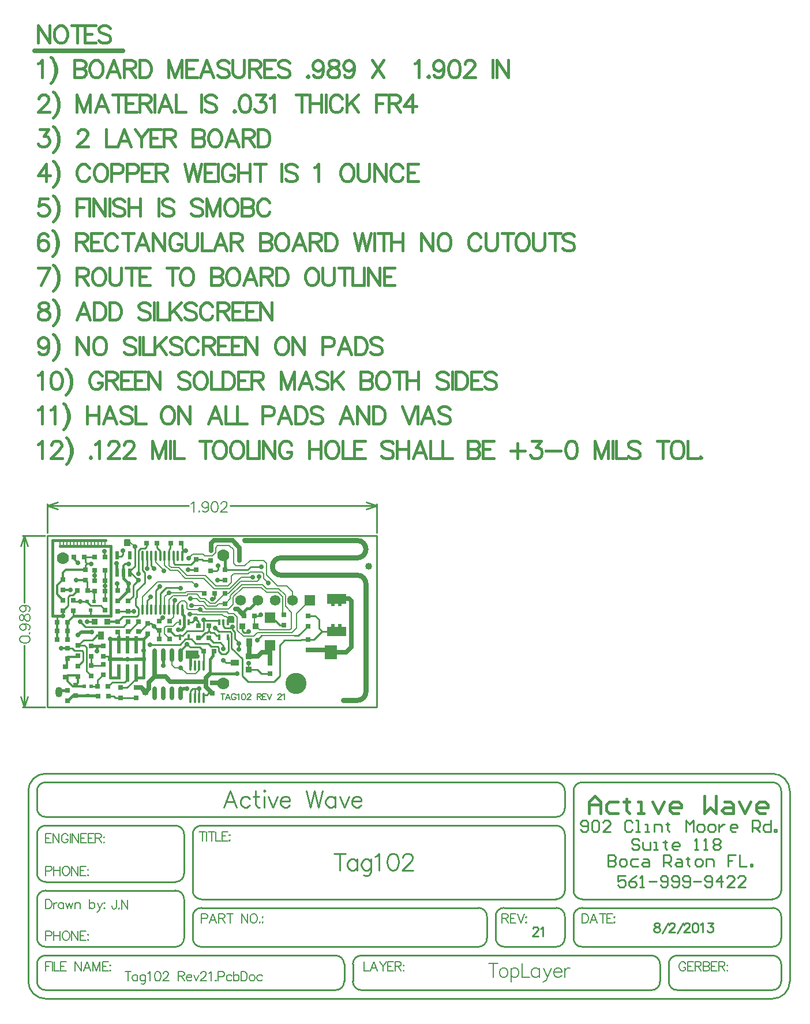
<source format=gtl>
%FSLAX25Y25*%
%MOIN*%
G70*
G01*
G75*
G04 Layer_Physical_Order=1*
G04 Layer_Color=255*
%ADD10C,0.03000*%
%ADD11R,0.11024X0.05512*%
%ADD12R,0.03600X0.03600*%
%ADD13R,0.05000X0.03600*%
%ADD14R,0.02362X0.02362*%
%ADD15C,0.04000*%
%ADD16R,0.07400X0.04500*%
%ADD17R,0.03600X0.03600*%
%ADD18R,0.03600X0.05000*%
%ADD19R,0.02000X0.05000*%
%ADD20R,0.06299X0.05906*%
%ADD21R,0.02362X0.10000*%
%ADD22R,0.02362X0.09000*%
%ADD23R,0.07000X0.02362*%
%ADD24R,0.09000X0.02362*%
%ADD25O,0.02400X0.08000*%
%ADD26R,0.01378X0.03543*%
%ADD27R,0.01378X0.03543*%
%ADD28O,0.01600X0.06000*%
%ADD29O,0.01600X0.06000*%
%ADD30R,0.03000X0.03000*%
%ADD31R,0.03000X0.03000*%
%ADD32C,0.02500*%
%ADD33C,0.01000*%
%ADD34C,0.00800*%
%ADD35C,0.01500*%
%ADD36C,0.01228*%
%ADD37C,0.02000*%
%ADD38C,0.01200*%
%ADD39C,0.01400*%
%ADD40C,0.01600*%
%ADD41C,0.00600*%
%ADD42C,0.00900*%
%ADD43C,0.00500*%
%ADD44C,0.12200*%
%ADD45C,0.07000*%
%ADD46O,0.04000X0.06000*%
%ADD47C,0.06200*%
%ADD48R,0.06200X0.06200*%
%ADD49C,0.02800*%
G36*
X-18300Y-53700D02*
X-25300D01*
Y-45500D01*
X-18300D01*
Y-53700D01*
D02*
G37*
G36*
X-15500Y-34800D02*
X-13000D01*
Y-40300D01*
X-24000D01*
Y-34800D01*
X-21500D01*
Y-33200D01*
X-19400D01*
Y-34800D01*
X-17500D01*
Y-33200D01*
X-15500D01*
Y-34800D01*
D02*
G37*
G36*
X-13000Y-21400D02*
X-15500D01*
Y-23000D01*
X-17600D01*
Y-21400D01*
X-19500D01*
Y-23000D01*
X-21500D01*
Y-21400D01*
X-24000D01*
Y-15900D01*
X-13000D01*
Y-21400D01*
D02*
G37*
D10*
X-1400Y10000D02*
G03*
X-6400Y15000I-5000J0D01*
G01*
Y5000D02*
G03*
X-1400Y10000I0J5000D01*
G01*
X-50500Y5000D02*
G03*
X-55500Y0I0J-5000D01*
G01*
D02*
G03*
X-50500Y-5000I5000J0D01*
G01*
X-1400Y-10000D02*
G03*
X-6400Y-5000I-5000J0D01*
G01*
Y-77300D02*
G03*
X-1400Y-72300I0J5000D01*
G01*
X-71400Y15000D02*
X-6400D01*
X-50500Y5000D02*
X-6400D01*
X-50500Y-5000D02*
X-6400D01*
X-1400Y-72300D02*
Y-10000D01*
X-14600Y-77300D02*
X-6400D01*
D11*
X-18500Y-18651D02*
D03*
Y-37549D02*
D03*
D12*
X-69200Y-59500D02*
D03*
Y-52000D02*
D03*
D13*
X-77200Y-55700D02*
D03*
D14*
X-164200Y-69300D02*
D03*
X-160263D02*
D03*
X-162232Y-74418D02*
D03*
X-160632Y-25218D02*
D03*
X-158663Y-20100D02*
D03*
X-162600D02*
D03*
D15*
X0Y0D02*
D03*
X-128700Y-72400D02*
D03*
D16*
X-101700Y-50800D02*
D03*
D17*
X-65200Y-34500D02*
D03*
X-72680D02*
D03*
X-158200Y-31800D02*
D03*
X-150700D02*
D03*
D18*
X-68940Y-43949D02*
D03*
X-154500Y-39800D02*
D03*
D19*
X-145200Y-3500D02*
D03*
Y6500D02*
D03*
X-137700D02*
D03*
X-141500Y-3500D02*
D03*
X-137700D02*
D03*
D20*
X-56800Y-45600D02*
D03*
Y-29600D02*
D03*
D21*
X-139200Y-61406D02*
D03*
X-134200D02*
D03*
X-134300Y-45100D02*
D03*
X-139200Y-45200D02*
D03*
X-144200D02*
D03*
D22*
Y-60906D02*
D03*
D23*
X-131993Y-53568D02*
D03*
D24*
X-146193Y-53568D02*
D03*
D25*
X-108500Y-73100D02*
D03*
X-118500Y-51100D02*
D03*
X-108500D02*
D03*
X-113500D02*
D03*
X-123500D02*
D03*
X-113500Y-73100D02*
D03*
X-118500D02*
D03*
X-123500D02*
D03*
D26*
X-108959Y-32169D02*
D03*
X-106400D02*
D03*
X-108959Y-40831D02*
D03*
X-103841D02*
D03*
X-81141D02*
D03*
X-86259D02*
D03*
X-83700Y-32169D02*
D03*
X-86259D02*
D03*
D27*
X-103841Y-32169D02*
D03*
X-81141D02*
D03*
D28*
X-122854Y-24709D02*
D03*
X-117736Y6000D02*
D03*
X-107500Y-24709D02*
D03*
X-122854Y6000D02*
D03*
X-112618D02*
D03*
X-120295Y-24709D02*
D03*
X-117736D02*
D03*
X-115177Y6000D02*
D03*
X-112618Y-24709D02*
D03*
X-110059D02*
D03*
X-107500Y6000D02*
D03*
X-130532D02*
D03*
X-127972Y-24709D02*
D03*
X-120295Y6000D02*
D03*
X-110059D02*
D03*
X-125413D02*
D03*
X-127972D02*
D03*
X-130532Y-24709D02*
D03*
X-115177D02*
D03*
X-125413D02*
D03*
D29*
X-102877Y-57200D02*
D03*
X-100318Y-75885D02*
D03*
X-97759D02*
D03*
X-102877D02*
D03*
X-95200Y-57200D02*
D03*
X-97759D02*
D03*
X-95200Y-75885D02*
D03*
X-100318Y-57200D02*
D03*
D30*
X-56700Y-62000D02*
D03*
Y-56000D02*
D03*
X-173900Y-77400D02*
D03*
Y-71400D02*
D03*
X-167700Y-45500D02*
D03*
Y-51500D02*
D03*
X-160200Y-46000D02*
D03*
Y-52000D02*
D03*
X-167800Y-63500D02*
D03*
Y-57500D02*
D03*
X-153300Y-56500D02*
D03*
Y-62500D02*
D03*
X-160200Y-57100D02*
D03*
Y-63100D02*
D03*
X-82700Y-15500D02*
D03*
Y-21500D02*
D03*
X-138700Y-26000D02*
D03*
Y-20000D02*
D03*
X-143259Y-69941D02*
D03*
Y-75941D02*
D03*
X-91200Y3300D02*
D03*
Y-2700D02*
D03*
X-127500Y-39000D02*
D03*
Y-33000D02*
D03*
X-134259Y-75941D02*
D03*
Y-69941D02*
D03*
X-48700Y-28000D02*
D03*
Y-34000D02*
D03*
X-170400Y-19400D02*
D03*
Y-25400D02*
D03*
X-169200Y-74500D02*
D03*
Y-68500D02*
D03*
X-99600Y4100D02*
D03*
Y-1900D02*
D03*
X-82800Y-8000D02*
D03*
Y-2000D02*
D03*
X-176400Y-13400D02*
D03*
Y-7400D02*
D03*
X-173900Y-47100D02*
D03*
Y-53100D02*
D03*
X-176400Y-25400D02*
D03*
Y-19400D02*
D03*
X-163400Y-7900D02*
D03*
Y-1900D02*
D03*
X-144700Y-37800D02*
D03*
Y-31800D02*
D03*
X-152100Y-19100D02*
D03*
Y-25100D02*
D03*
X-175200Y-57906D02*
D03*
Y-63906D02*
D03*
X-90213Y-73300D02*
D03*
Y-67300D02*
D03*
X-153200Y-52000D02*
D03*
Y-46000D02*
D03*
X-144700Y-20000D02*
D03*
Y-26000D02*
D03*
X-35000Y-34500D02*
D03*
Y-28500D02*
D03*
Y-48300D02*
D03*
Y-42300D02*
D03*
D31*
X-179900Y-37100D02*
D03*
X-173900D02*
D03*
Y-42100D02*
D03*
X-179900D02*
D03*
X-98300Y-41100D02*
D03*
X-92300D02*
D03*
X-98300Y-34300D02*
D03*
X-92300D02*
D03*
X-138700Y-37500D02*
D03*
X-132700D02*
D03*
X-152200Y5500D02*
D03*
X-158200D02*
D03*
X-95200Y-49000D02*
D03*
X-89200D02*
D03*
X-122300Y13400D02*
D03*
X-128300D02*
D03*
X-114200Y13500D02*
D03*
X-108200D02*
D03*
X-94700Y-15500D02*
D03*
X-88700D02*
D03*
X-114800Y-31500D02*
D03*
X-120800D02*
D03*
X-162300Y-13800D02*
D03*
X-168300D02*
D03*
X-156259Y-74941D02*
D03*
X-150259D02*
D03*
X-114700Y-37000D02*
D03*
X-120700D02*
D03*
X-179900Y-32200D02*
D03*
X-173900D02*
D03*
X-114700Y-42000D02*
D03*
X-120700D02*
D03*
X-158100Y-14100D02*
D03*
X-152100D02*
D03*
X-156400Y-69200D02*
D03*
X-150400D02*
D03*
X-158100Y-8100D02*
D03*
X-152100D02*
D03*
X-158100Y-2300D02*
D03*
X-152100D02*
D03*
X-164200Y5500D02*
D03*
X-170200D02*
D03*
X-65700Y-28500D02*
D03*
X-71700D02*
D03*
X-132700Y-32000D02*
D03*
X-138700D02*
D03*
X-144700Y-14000D02*
D03*
X-138700D02*
D03*
D32*
X-24000Y-52300D02*
X-21200Y-49500D01*
X-12900D01*
X-9900Y-46500D01*
Y-19800D01*
X-11049Y-18651D02*
X-9900Y-19800D01*
X-18500Y-18651D02*
X-11049D01*
X-21200Y-48300D02*
X-19700Y-46800D01*
X-35000Y-48300D02*
X-21200D01*
X-69200Y-52000D02*
X-64000D01*
X-61500Y-49500D01*
X-68940Y-51740D02*
Y-43949D01*
X-69200Y-52000D02*
X-68940Y-51740D01*
X-56800Y-44096D02*
X-56700Y-44196D01*
X-90213Y-67300D02*
X-84000D01*
X-126811Y-70511D02*
Y-66992D01*
X-131159Y-69941D02*
X-128700Y-72400D01*
X-126811Y-66992D02*
X-123500Y-63682D01*
X-128700Y-72400D02*
X-126811Y-70511D01*
X-134259Y-69941D02*
X-131159D01*
X-93900Y-69613D02*
X-90213Y-73300D01*
X-93900Y-64241D02*
X-91500Y-61841D01*
X-123500Y-63682D02*
Y-51100D01*
Y-63682D02*
X-117218D01*
X-78600Y15100D02*
X-74400Y10900D01*
Y3400D02*
Y10900D01*
X-90900Y13400D02*
X-89200Y15100D01*
X-90900Y9200D02*
Y13400D01*
X-89200Y15100D02*
X-78600D01*
X-117218Y-63682D02*
X-114400Y-66500D01*
X-93900D01*
Y-69613D02*
Y-66500D01*
Y-64241D01*
X-61500Y-49500D02*
X-56700D01*
Y-56000D02*
Y-49500D01*
Y-44196D01*
X-75500Y-24700D02*
X-71700Y-28500D01*
X-77000Y-24700D02*
X-75500D01*
X-192940Y297850D02*
X-141940D01*
D33*
X-51100Y-63200D02*
Y-45400D01*
X-31500Y-42300D02*
X-26700Y-37500D01*
X-35000Y-42300D02*
X-31500D01*
X-35100Y-42200D02*
X-35000Y-42300D01*
X-38600Y-42200D02*
X-35100D01*
X-39100Y-42700D02*
X-38600Y-42200D01*
X-48400Y-42700D02*
X-39100D01*
X-51100Y-45400D02*
X-48400Y-42700D01*
X-54600Y-66700D02*
X-51100Y-63200D01*
X-43000Y-40000D02*
X-40500D01*
X-35000Y-34500D01*
X-120700Y-31700D02*
X-118700Y-29700D01*
X-101769Y-32169D02*
X-99900Y-30300D01*
X-103841Y-32169D02*
X-101769D01*
X-99900Y-30300D02*
X-98300Y-31900D01*
Y-34300D02*
Y-31900D01*
X-18549Y-37500D02*
X-18500Y-37549D01*
X-26700Y-37500D02*
X-18549D01*
X-28600Y-35600D02*
X-26700Y-37500D01*
X-28600Y-35600D02*
Y-30600D01*
X-30700Y-28500D02*
X-28600Y-30600D01*
X-35000Y-28500D02*
X-30700D01*
X-87000Y-1900D02*
Y400D01*
X-87800Y-2700D02*
X-87000Y-1900D01*
X-91200Y-2700D02*
X-87800D01*
X-95500Y3300D02*
X-91200D01*
X-96300Y4100D02*
X-95500Y3300D01*
X-99600Y4100D02*
X-96300D01*
X-78500Y-35500D02*
Y-35000D01*
Y-36500D02*
Y-35500D01*
X-82800D02*
X-78500D01*
X-74900Y-47100D02*
Y-44000D01*
X-77100Y-41800D02*
X-74900Y-44000D01*
X-77100Y-41800D02*
Y-37900D01*
X-78500Y-36500D02*
X-77100Y-37900D01*
X-79100Y-47200D02*
X-73000Y-53300D01*
X-81000Y-49000D02*
Y-40972D01*
X-103841Y-42000D02*
X-102300D01*
X-105800D02*
X-103841D01*
X-102300D02*
X-99800Y-44500D01*
X-86400Y-49000D02*
Y-46900D01*
X-87200Y-46100D02*
X-86400Y-46900D01*
X-91000Y-46100D02*
X-87200D01*
X-84900Y-50500D02*
X-82500D01*
X-86400Y-49000D02*
X-84900Y-50500D01*
X-82500D02*
X-81000Y-49000D01*
X-81141Y-40831D02*
X-81000Y-40972D01*
X-71900Y-38100D02*
X-69200D01*
X-72680Y-37320D02*
X-71900Y-38100D01*
X-72680Y-37320D02*
Y-34500D01*
X-69200Y-38100D02*
X-69000Y-37900D01*
X-137700Y-3500D02*
Y-2500D01*
X-159400Y-42400D02*
X-156800Y-39800D01*
X-164600Y-42400D02*
X-159400D01*
X-167700Y-45500D02*
X-164600Y-42400D01*
X-142000Y6700D02*
Y9200D01*
X-170400Y4700D02*
Y5500D01*
Y5800D01*
Y4700D02*
X-167700Y2000D01*
X-138700Y-26000D02*
X-135600D01*
X-134542Y-22458D02*
Y-18388D01*
X-133800Y-17646D01*
X-136700Y-29000D02*
X-133900D01*
X-134542Y-22458D02*
X-132800Y-24200D01*
Y-27900D02*
Y-24200D01*
X-133900Y-29000D02*
X-132800Y-27900D01*
X-141900Y-29000D02*
X-136700D01*
X-166400Y-20100D02*
X-162600D01*
X-169700D02*
X-166400D01*
Y-31900D02*
X-163400Y-34900D01*
X-158200Y-31800D02*
X-158200Y-31800D01*
X-162400Y-31800D02*
X-158200D01*
X-83900Y-54100D02*
X-82300Y-55700D01*
X-77200D01*
X-64300Y-59500D02*
X-61800Y-62000D01*
X-56700D01*
X-69200Y-59500D02*
X-64300D01*
X-64100Y-42400D02*
X-61700Y-40000D01*
X-84000Y-67300D02*
X-83700Y-67600D01*
X-170400Y-28100D02*
X-170100Y-28400D01*
X-170400Y-28100D02*
Y-25400D01*
X-160632Y-28368D02*
X-160600Y-28400D01*
X-160632Y-28368D02*
Y-25218D01*
Y-28368D02*
X-160600Y-28400D01*
X-135900Y-10900D02*
X-133000Y-8000D01*
X-135900Y-17200D02*
Y-10900D01*
X-138700Y-20000D02*
X-135900Y-17200D01*
X-133800Y-17646D02*
Y-14000D01*
X-132000Y-37500D02*
X-127500Y-33000D01*
X-132700Y-37500D02*
X-132000D01*
X-127500Y-33000D02*
X-125500D01*
X-121500Y-37000D02*
X-120700D01*
X-173900Y-47100D02*
X-171100D01*
X-169700Y-48500D01*
X-165600D01*
X-164900Y-49200D01*
Y-54600D02*
Y-49200D01*
X-167800Y-57500D02*
X-164900Y-54600D01*
X-163000Y-60300D02*
Y-46700D01*
X-167700Y-45500D02*
X-164200D01*
X-163000Y-46700D01*
Y-60300D02*
X-160200Y-63100D01*
X-95200Y-74100D02*
X-93213D01*
X-144800Y5800D02*
X-142900D01*
X-142000Y6700D01*
X-139441Y-69941D02*
X-134600Y-65100D01*
Y-64700D02*
X-134200Y-64300D01*
X-134600Y-65100D02*
Y-64700D01*
X-143259Y-69941D02*
X-139441D01*
X-82700Y-15800D02*
Y-15500D01*
X-122300Y10900D02*
X-120295Y8895D01*
X-122300Y10900D02*
Y13400D01*
X-120295Y6000D02*
Y8895D01*
X-128300Y11400D02*
Y13400D01*
X-129200Y10500D02*
X-128300Y11400D01*
X-131400Y10500D02*
X-129200D01*
X-132800Y9100D02*
X-131400Y10500D01*
X-83700Y-34600D02*
X-82800Y-35500D01*
X-83700Y-34600D02*
Y-32169D01*
X-85500Y-44000D02*
X-83700Y-45800D01*
Y-47500D02*
Y-45800D01*
X-89400Y-44000D02*
X-85500D01*
X-87828Y-39800D02*
X-86300D01*
X-89328Y-38300D02*
X-87828Y-39800D01*
X-92300Y-37100D02*
X-91100Y-38300D01*
X-89328D01*
X-125413Y513D02*
X-123800Y-1100D01*
X-125413Y513D02*
Y6000D01*
X-127972Y-928D02*
Y6000D01*
X-92413Y-73300D02*
X-90213D01*
X-109000Y-32210D02*
X-108959Y-32169D01*
X-92300Y-37100D02*
Y-34100D01*
X-93300Y-38100D02*
X-92300Y-37100D01*
X-94200Y-38100D02*
X-93300D01*
X-97200Y-41100D02*
X-94200Y-38100D01*
X-98300Y-41100D02*
X-97200D01*
X-92300D02*
X-89400Y-44000D01*
X-103000Y-46700D02*
X-97500D01*
X-104800Y-44900D02*
X-103000Y-46700D01*
X-97500D02*
X-95200Y-49000D01*
X-144700Y-31800D02*
X-141900Y-29000D01*
X-108500Y-51100D02*
Y-48600D01*
X-120700Y-42000D02*
Y-37000D01*
X-163400Y-34900D02*
X-141600D01*
X-138700Y-32000D01*
X-138200Y-37500D02*
X-132700Y-32000D01*
X-138700Y-37500D02*
X-138200D01*
X-170400Y-19400D02*
X-169700Y-20100D01*
X-152400Y6300D02*
Y8900D01*
X-145100Y-13600D02*
Y-9800D01*
Y-13600D02*
X-144700Y-14000D01*
X-176400Y-28700D02*
Y-25400D01*
X-168300Y-13900D02*
Y-13800D01*
X-164200Y5500D02*
X-163400Y4800D01*
Y-7900D02*
X-162600Y-8700D01*
Y-13500D02*
Y-8700D01*
X-162000Y-14100D02*
X-158100D01*
X-158663Y-14663D02*
X-158100Y-14100D01*
X-158663Y-20100D02*
Y-14663D01*
X-162600Y-20600D02*
X-160600Y-22600D01*
X-154600D02*
X-152100Y-25100D01*
X-162600Y-20600D02*
Y-20100D01*
X-144700Y-37800D02*
X-144213Y-38287D01*
X-93213Y-74100D02*
X-92413Y-73300D01*
X-147259Y-74941D02*
X-146259Y-75941D01*
X-150259Y-74941D02*
X-147259D01*
X-156782Y-74418D02*
X-156259Y-74941D01*
X-153200Y-52000D02*
X-149400D01*
X-153200Y-46000D02*
X-153200Y-46000D01*
X-160200Y-57100D02*
Y-52000D01*
X-153900Y-57100D02*
X-153300Y-56500D01*
X-160200Y-57100D02*
X-153900D01*
X-156400Y-65600D02*
X-153300Y-62500D01*
X-139200Y-65300D02*
Y-63406D01*
X-140700Y-66800D02*
X-139200Y-65300D01*
X-148000Y-66800D02*
X-140700D01*
X-150400Y-69200D02*
X-148000Y-66800D01*
X-97759Y-75885D02*
Y-70385D01*
X-176400Y-25400D02*
X-173572Y-22572D01*
Y-17588D01*
X-172391Y-16407D01*
X-170907D01*
X-168300Y-13800D01*
X-163400Y2554D02*
Y4800D01*
Y851D02*
X-162548Y1703D01*
X-163400Y2554D02*
X-162548Y1703D01*
X-163400Y-1900D02*
Y851D01*
X-164200Y5500D02*
X-158200D01*
X-162548Y1703D02*
X-160289D01*
X-160186Y1600D01*
X-115177Y9923D02*
X-114500Y10600D01*
Y13200D01*
X-114200Y13500D01*
X-108200D02*
X-107500Y12800D01*
X-112618Y-20418D02*
X-111900Y-19700D01*
X-108500Y-48600D02*
X-104800Y-44900D01*
X-107500Y10200D02*
Y12800D01*
Y8200D02*
X-106500Y9200D01*
X-107500Y10200D02*
X-106500Y9200D01*
X-95200Y-57200D02*
Y-49000D01*
X-107500Y6000D02*
Y8200D01*
X-51104Y-34000D02*
X-48700D01*
X-54000Y-31104D02*
X-51104Y-34000D01*
X-56800Y-31104D02*
X-54000D01*
X-62500Y-28400D02*
X-62100Y-28000D01*
X-92600Y-44500D02*
X-91000Y-46100D01*
X-99800Y-44500D02*
X-92600D01*
X-102877Y-75885D02*
Y-71877D01*
X-101500Y-70500D01*
X-100374D01*
X-100259Y-70385D02*
X-97759D01*
X-69900Y-2000D02*
X-68000Y-100D01*
X-62000D01*
X-82800Y-2000D02*
X-69900D01*
X-106500Y9200D02*
X-105400D01*
X-103841Y-33031D02*
Y-32169D01*
X-65723Y-28400D02*
X-65700D01*
X-62500D01*
X-115177Y5958D02*
Y6000D01*
Y9923D01*
X-146259Y-75941D02*
X-143259D01*
X-134259D01*
X-160263Y-69300D02*
X-156400D01*
Y-69200D01*
Y-65600D01*
X-149400Y-52000D02*
X-149200Y-51800D01*
X-144213Y-41800D02*
Y-38287D01*
X-158100Y-8100D02*
Y-5100D01*
Y-2300D01*
X-139200Y-41800D02*
X-138713Y-41313D01*
X-100318Y-75885D02*
Y-70444D01*
X-100374Y-70500D02*
X-100318Y-70444D01*
X-100259Y-70385D01*
X-162300Y-13800D02*
X-162000Y-14100D01*
X-162600Y-13500D02*
X-162300Y-13800D01*
X-179900Y-33900D02*
Y-32200D01*
Y-28700D01*
X-152100Y-19100D02*
Y-14100D01*
Y-11200D01*
Y-8100D01*
Y-2300D01*
X-160600Y-22600D02*
X-155500D01*
X-154600D01*
X-112618Y-24709D02*
Y-20418D01*
X-144700Y-26000D02*
X-138700D01*
X-87100Y-8000D02*
X-82800D01*
X-104100Y-1900D02*
X-99600D01*
X-102500Y1200D02*
X-99600Y4100D01*
X-120800Y-31700D02*
X-120700D01*
X-109000Y-45200D02*
X-105800Y-42000D01*
X-126300Y-45200D02*
X-109000D01*
X-88700Y-18200D02*
Y-15500D01*
X-89300Y-18800D02*
X-88700Y-18200D01*
X-90200Y-18800D02*
X-89300D01*
X-110059Y-24709D02*
Y-21759D01*
X-86300Y-32128D02*
X-86259Y-32169D01*
X-86300Y-32128D02*
Y-31100D01*
X-95200Y-31700D02*
X-94600Y-31100D01*
X-104700Y-37200D02*
X-95900D01*
X-95200Y-36500D01*
Y-31700D01*
X-114700Y-37000D02*
X-111900Y-39800D01*
X-107300D02*
X-104700Y-37200D01*
X-111900Y-39800D02*
X-108959D01*
X-107300D01*
X-94600Y-31100D02*
X-86300D01*
X-73000Y-63300D02*
Y-53300D01*
Y-63300D02*
X-69600Y-66700D01*
X-54600D01*
X-79900Y-37700D02*
X-79100Y-38500D01*
Y-47200D02*
Y-38500D01*
X-86600Y-37700D02*
X-79900D01*
X-88600Y-35700D02*
X-86600Y-37700D01*
X-123989Y-34511D02*
X-121500Y-37000D01*
X-125500Y-33000D02*
X-123989Y-34511D01*
X-137700Y-2500D02*
X-135000Y200D01*
Y11300D01*
X-111718Y1200D02*
X-102500D01*
X-112618Y2100D02*
X-111718Y1200D01*
X-112618Y2100D02*
Y6000D01*
X-130532Y-2269D02*
X-129300Y-3500D01*
X-130532Y-2269D02*
Y6000D01*
X-132800Y-4000D02*
Y9100D01*
X-137700Y-3500D02*
X-137500D01*
X-133000Y-8000D01*
X-133800Y-14000D02*
X-129300Y-9500D01*
Y-3500D01*
X-108700Y-12200D02*
X-108500Y-12400D01*
X-116900Y-12200D02*
X-108700D01*
X-120295Y-24709D02*
Y-15595D01*
X-116900Y-12200D01*
X-122854Y-13954D02*
X-120400Y-11500D01*
X-122854Y-24709D02*
Y-13954D01*
X-127972Y-19972D02*
X-125700Y-17700D01*
X-127972Y-24709D02*
Y-19972D01*
X4800Y19300D02*
Y36000D01*
X-185400Y19300D02*
Y36000D01*
X-79817Y35000D02*
X4800D01*
X-185400D02*
X-103983D01*
X-1200Y37000D02*
X4800Y35000D01*
X-1200Y33000D02*
X4800Y35000D01*
X-185400D02*
X-179400Y33000D01*
X-185400Y35000D02*
X-179400Y37000D01*
X-200000Y17800D02*
X-186900D01*
X-200000Y-81100D02*
X-186900D01*
X-199000Y-20838D02*
Y17800D01*
Y-81100D02*
Y-45662D01*
X-201000Y11800D02*
X-199000Y17800D01*
X-197000Y11800D01*
X-199000Y-81100D02*
X-197000Y-75100D01*
X-201000D02*
X-199000Y-81100D01*
X4800D02*
Y17800D01*
X-185400D02*
X4800D01*
X-185400Y-81100D02*
X4800D01*
X-185400D02*
Y17800D01*
X-14008Y-229618D02*
G03*
X-19008Y-224618I-5000J0D01*
G01*
X-18892Y-244618D02*
G03*
X-14010Y-239650I84J4800D01*
G01*
X-4008Y-224618D02*
G03*
X-9008Y-229618I0J-5000D01*
G01*
Y-239618D02*
G03*
X-4095Y-244617I5000J0D01*
G01*
X168492Y-229618D02*
G03*
X163492Y-224618I-5000J0D01*
G01*
X163608Y-244618D02*
G03*
X168490Y-239650I84J4800D01*
G01*
X173492Y-239718D02*
G03*
X178478Y-244617I4900J0D01*
G01*
X178492Y-224618D02*
G03*
X173492Y-229618I0J-5000D01*
G01*
X-106508Y-154518D02*
G03*
X-111408Y-149618I-4900J0D01*
G01*
X-111308Y-182118D02*
G03*
X-106508Y-177318I0J4800D01*
G01*
Y-192018D02*
G03*
X-111579Y-187121I-4900J0D01*
G01*
X-101508Y-187218D02*
G03*
X-96608Y-192118I4900J0D01*
G01*
X-101508Y-214718D02*
G03*
X-96608Y-219618I4900J0D01*
G01*
X-111408D02*
G03*
X-106508Y-214718I0J4900D01*
G01*
X68492Y-202018D02*
G03*
X63592Y-197118I-4900J0D01*
G01*
Y-219618D02*
G03*
X68491Y-214632I0J4900D01*
G01*
X73492Y-214518D02*
G03*
X78503Y-219617I5100J0D01*
G01*
X78292Y-197118D02*
G03*
X73499Y-202169I0J-4800D01*
G01*
X-96508Y-197118D02*
G03*
X-101508Y-202118I0J-5000D01*
G01*
X-96508Y-149618D02*
G03*
X-101508Y-154618I0J-5000D01*
G01*
X-191508Y-214618D02*
G03*
X-186595Y-219617I5000J0D01*
G01*
X-186508Y-187118D02*
G03*
X-191508Y-192118I0J-5000D01*
G01*
Y-177118D02*
G03*
X-186508Y-182118I5000J0D01*
G01*
Y-149618D02*
G03*
X-191508Y-154618I0J-5000D01*
G01*
Y-139618D02*
G03*
X-186508Y-144618I5000J0D01*
G01*
Y-124618D02*
G03*
X-191508Y-129618I0J-5000D01*
G01*
X113492D02*
G03*
X108492Y-124618I-5000J0D01*
G01*
X123492D02*
G03*
X118492Y-129618I0J-5000D01*
G01*
X108492Y-144618D02*
G03*
X113492Y-139618I0J5000D01*
G01*
Y-154618D02*
G03*
X108492Y-149618I-5000J0D01*
G01*
X-186508Y-224618D02*
G03*
X-191508Y-229618I0J-5000D01*
G01*
X108579Y-192118D02*
G03*
X113493Y-187118I-87J5000D01*
G01*
X-191508Y-239618D02*
G03*
X-186595Y-244617I5000J0D01*
G01*
X113492Y-202018D02*
G03*
X108592Y-197118I-4900J0D01*
G01*
X118492Y-214718D02*
G03*
X123477Y-219617I4900J0D01*
G01*
X108492Y-219618D02*
G03*
X113492Y-214618I0J5000D01*
G01*
X233492Y-244618D02*
G03*
X238492Y-239618I0J5000D01*
G01*
X238492Y-229530D02*
G03*
X233492Y-224617I-5000J-87D01*
G01*
Y-219618D02*
G03*
X238492Y-214618I0J5000D01*
G01*
Y-129518D02*
G03*
X233421Y-124621I-4900J0D01*
G01*
X243492Y-129618D02*
G03*
X233492Y-119618I-10000J0D01*
G01*
Y-249618D02*
G03*
X243492Y-239618I0J10000D01*
G01*
X-196508Y-239518D02*
G03*
X-186584Y-249616I10100J0D01*
G01*
X-186508Y-119618D02*
G03*
X-196508Y-129618I0J-10000D01*
G01*
X118492Y-187118D02*
G03*
X123492Y-192118I5000J0D01*
G01*
X233492D02*
G03*
X238492Y-187118I0J5000D01*
G01*
X123492Y-197118D02*
G03*
X118492Y-202118I0J-5000D01*
G01*
X238492Y-202018D02*
G03*
X233592Y-197118I-4900J0D01*
G01*
X-4008Y-244618D02*
X163492D01*
X-186508D02*
X-19008D01*
X-186508Y-224618D02*
X-19008D01*
X-4008D02*
X163492D01*
X178492Y-244618D02*
X233492D01*
X178492Y-224618D02*
X233492D01*
X-186508Y-124618D02*
X108492D01*
X-186508Y-249618D02*
X233492D01*
X-186508Y-119618D02*
X233492D01*
X-186508Y-219618D02*
X-111508D01*
X-186508Y-187118D02*
X-111508D01*
X-186508Y-182118D02*
X-111508D01*
X-186508Y-149618D02*
X-111508D01*
X-186508Y-144618D02*
X108492D01*
X-96508Y-149618D02*
X108492D01*
X-96508Y-197118D02*
X63492D01*
X-96508Y-219618D02*
X63492D01*
X78492D02*
X108492D01*
X78492Y-197118D02*
X108492D01*
X123492Y-219618D02*
X233492D01*
X123492Y-124618D02*
X233492D01*
X-96508Y-192118D02*
X108492D01*
X123492D02*
X233492D01*
X123492Y-197118D02*
X233492D01*
X-14008Y-239618D02*
Y-229618D01*
X-9008Y-239618D02*
Y-229618D01*
X168492Y-239618D02*
Y-229618D01*
X173492Y-239618D02*
Y-229618D01*
X243492Y-239618D02*
Y-129618D01*
X-191508Y-214618D02*
Y-192118D01*
X-106508Y-214618D02*
Y-192118D01*
X-191508Y-177118D02*
Y-154618D01*
X-106508Y-177118D02*
Y-154618D01*
X-191508Y-139618D02*
Y-129618D01*
X113492Y-139618D02*
Y-129618D01*
Y-187118D02*
Y-154618D01*
X-101508Y-187118D02*
Y-154618D01*
X68492Y-214618D02*
Y-202118D01*
X-101508Y-214618D02*
Y-202118D01*
X73492Y-214618D02*
Y-202118D01*
X113492Y-214618D02*
Y-202118D01*
X238492Y-239618D02*
Y-229618D01*
X-191508Y-239618D02*
Y-229618D01*
X-196508Y-239618D02*
Y-129618D01*
X118492Y-187118D02*
Y-129618D01*
X238492Y-187118D02*
Y-129618D01*
X118492Y-214618D02*
Y-202118D01*
X238492Y-214618D02*
Y-202018D01*
X138652Y-166692D02*
Y-173090D01*
X141851D01*
X142918Y-172023D01*
Y-170957D01*
X141851Y-169891D01*
X138652D01*
X141851D01*
X142918Y-168825D01*
Y-167758D01*
X141851Y-166692D01*
X138652D01*
X146116Y-173090D02*
X148249D01*
X149316Y-172023D01*
Y-169891D01*
X148249Y-168825D01*
X146116D01*
X145050Y-169891D01*
Y-172023D01*
X146116Y-173090D01*
X155713Y-168825D02*
X152514D01*
X151448Y-169891D01*
Y-172023D01*
X152514Y-173090D01*
X155713D01*
X158912Y-168825D02*
X161045D01*
X162111Y-169891D01*
Y-173090D01*
X158912D01*
X157846Y-172023D01*
X158912Y-170957D01*
X162111D01*
X170642Y-173090D02*
Y-166692D01*
X173841D01*
X174907Y-167758D01*
Y-169891D01*
X173841Y-170957D01*
X170642D01*
X172775D02*
X174907Y-173090D01*
X178106Y-168825D02*
X180239D01*
X181305Y-169891D01*
Y-173090D01*
X178106D01*
X177040Y-172023D01*
X178106Y-170957D01*
X181305D01*
X184504Y-167758D02*
Y-168825D01*
X183438D01*
X185570D01*
X184504D01*
Y-172023D01*
X185570Y-173090D01*
X189836D02*
X191968D01*
X193035Y-172023D01*
Y-169891D01*
X191968Y-168825D01*
X189836D01*
X188769Y-169891D01*
Y-172023D01*
X189836Y-173090D01*
X195167D02*
Y-168825D01*
X198366D01*
X199433Y-169891D01*
Y-173090D01*
X212228Y-166692D02*
X207963D01*
Y-169891D01*
X210096D01*
X207963D01*
Y-173090D01*
X214361Y-166692D02*
Y-173090D01*
X218626D01*
X220759D02*
Y-172023D01*
X221825D01*
Y-173090D01*
X220759D01*
X122652Y-152023D02*
X123719Y-153090D01*
X125851D01*
X126918Y-152023D01*
Y-147758D01*
X125851Y-146692D01*
X123719D01*
X122652Y-147758D01*
Y-148825D01*
X123719Y-149891D01*
X126918D01*
X129050Y-147758D02*
X130116Y-146692D01*
X132249D01*
X133316Y-147758D01*
Y-152023D01*
X132249Y-153090D01*
X130116D01*
X129050Y-152023D01*
Y-147758D01*
X139713Y-153090D02*
X135448D01*
X139713Y-148825D01*
Y-147758D01*
X138647Y-146692D01*
X136514D01*
X135448Y-147758D01*
X152509D02*
X151443Y-146692D01*
X149310D01*
X148244Y-147758D01*
Y-152023D01*
X149310Y-153090D01*
X151443D01*
X152509Y-152023D01*
X154642Y-153090D02*
X156774D01*
X155708D01*
Y-146692D01*
X154642D01*
X159974Y-153090D02*
X162106D01*
X161040D01*
Y-148825D01*
X159974D01*
X165305Y-153090D02*
Y-148825D01*
X168504D01*
X169570Y-149891D01*
Y-153090D01*
X172769Y-147758D02*
Y-148825D01*
X171703D01*
X173836D01*
X172769D01*
Y-152023D01*
X173836Y-153090D01*
X183433D02*
Y-146692D01*
X185565Y-148825D01*
X187698Y-146692D01*
Y-153090D01*
X190897D02*
X193029D01*
X194096Y-152023D01*
Y-149891D01*
X193029Y-148825D01*
X190897D01*
X189831Y-149891D01*
Y-152023D01*
X190897Y-153090D01*
X197295D02*
X199427D01*
X200494Y-152023D01*
Y-149891D01*
X199427Y-148825D01*
X197295D01*
X196228Y-149891D01*
Y-152023D01*
X197295Y-153090D01*
X202626Y-148825D02*
Y-153090D01*
Y-150957D01*
X203693Y-149891D01*
X204759Y-148825D01*
X205825D01*
X212223Y-153090D02*
X210091D01*
X209024Y-152023D01*
Y-149891D01*
X210091Y-148825D01*
X212223D01*
X213290Y-149891D01*
Y-150957D01*
X209024D01*
X221820Y-153090D02*
Y-146692D01*
X225019D01*
X226085Y-147758D01*
Y-149891D01*
X225019Y-150957D01*
X221820D01*
X223953D02*
X226085Y-153090D01*
X232483Y-146692D02*
Y-153090D01*
X229284D01*
X228218Y-152023D01*
Y-149891D01*
X229284Y-148825D01*
X232483D01*
X234616Y-153090D02*
Y-152023D01*
X235682D01*
Y-153090D01*
X234616D01*
X148417Y-178692D02*
X144152D01*
Y-181891D01*
X146285Y-180824D01*
X147351D01*
X148417Y-181891D01*
Y-184023D01*
X147351Y-185090D01*
X145219D01*
X144152Y-184023D01*
X154815Y-178692D02*
X152683Y-179758D01*
X150550Y-181891D01*
Y-184023D01*
X151617Y-185090D01*
X153749D01*
X154815Y-184023D01*
Y-182957D01*
X153749Y-181891D01*
X150550D01*
X156948Y-185090D02*
X159081D01*
X158014D01*
Y-178692D01*
X156948Y-179758D01*
X162280Y-181891D02*
X166545D01*
X168678Y-184023D02*
X169744Y-185090D01*
X171877D01*
X172943Y-184023D01*
Y-179758D01*
X171877Y-178692D01*
X169744D01*
X168678Y-179758D01*
Y-180824D01*
X169744Y-181891D01*
X172943D01*
X175076Y-184023D02*
X176142Y-185090D01*
X178275D01*
X179341Y-184023D01*
Y-179758D01*
X178275Y-178692D01*
X176142D01*
X175076Y-179758D01*
Y-180824D01*
X176142Y-181891D01*
X179341D01*
X181474Y-184023D02*
X182540Y-185090D01*
X184672D01*
X185739Y-184023D01*
Y-179758D01*
X184672Y-178692D01*
X182540D01*
X181474Y-179758D01*
Y-180824D01*
X182540Y-181891D01*
X185739D01*
X187871D02*
X192137D01*
X194269Y-184023D02*
X195336Y-185090D01*
X197468D01*
X198535Y-184023D01*
Y-179758D01*
X197468Y-178692D01*
X195336D01*
X194269Y-179758D01*
Y-180824D01*
X195336Y-181891D01*
X198535D01*
X203866Y-185090D02*
Y-178692D01*
X200667Y-181891D01*
X204933D01*
X211331Y-185090D02*
X207065D01*
X211331Y-180824D01*
Y-179758D01*
X210264Y-178692D01*
X208132D01*
X207065Y-179758D01*
X217728Y-185090D02*
X213463D01*
X217728Y-180824D01*
Y-179758D01*
X216662Y-178692D01*
X214529D01*
X213463Y-179758D01*
X156418Y-158258D02*
X155351Y-157192D01*
X153219D01*
X152152Y-158258D01*
Y-159325D01*
X153219Y-160391D01*
X155351D01*
X156418Y-161457D01*
Y-162523D01*
X155351Y-163590D01*
X153219D01*
X152152Y-162523D01*
X158550Y-159325D02*
Y-162523D01*
X159616Y-163590D01*
X162815D01*
Y-159325D01*
X164948Y-163590D02*
X167081D01*
X166014D01*
Y-159325D01*
X164948D01*
X171346Y-158258D02*
Y-159325D01*
X170280D01*
X172412D01*
X171346D01*
Y-162523D01*
X172412Y-163590D01*
X178810D02*
X176678D01*
X175611Y-162523D01*
Y-160391D01*
X176678Y-159325D01*
X178810D01*
X179877Y-160391D01*
Y-161457D01*
X175611D01*
X188407Y-163590D02*
X190540D01*
X189473D01*
Y-157192D01*
X188407Y-158258D01*
X193739Y-163590D02*
X195871D01*
X194805D01*
Y-157192D01*
X193739Y-158258D01*
X199070D02*
X200137Y-157192D01*
X202269D01*
X203336Y-158258D01*
Y-159325D01*
X202269Y-160391D01*
X203336Y-161457D01*
Y-162523D01*
X202269Y-163590D01*
X200137D01*
X199070Y-162523D01*
Y-161457D01*
X200137Y-160391D01*
X199070Y-159325D01*
Y-158258D01*
X200137Y-160391D02*
X202269D01*
D34*
X-61700Y-40000D02*
X-43000D01*
X-64100Y-38300D02*
X-44300D01*
X-63000Y-36700D02*
X-45400D01*
X-44300Y-38300D02*
X-41400Y-35400D01*
X-44500Y-35800D02*
Y-26400D01*
X-45400Y-36700D02*
X-44500Y-35800D01*
X-41400Y-35400D02*
Y-27250D01*
X-33750Y-19600D01*
X-75800Y-36800D02*
Y-29300D01*
X-78000Y-27100D02*
X-75800Y-29300D01*
X-80700Y-27100D02*
X-78000D01*
X-72300Y-40300D02*
X-66100D01*
X-75800Y-36800D02*
X-72300Y-40300D01*
X-66100D02*
X-64100Y-38300D01*
X-81600Y-26200D02*
X-80700Y-27100D01*
X-95700Y-26200D02*
X-81600D01*
X-48000Y-22900D02*
X-44500Y-26400D01*
X-137600Y13900D02*
X-135000Y11300D01*
X-139100Y13900D02*
X-137600D01*
X-139100D02*
X-137700D01*
X-140700D02*
X-139100D01*
X-65200Y-34500D02*
X-63000Y-36700D01*
X-113500Y-51100D02*
X-113500Y-51100D01*
X-113500Y-57000D02*
Y-51100D01*
Y-57000D02*
X-112000Y-58500D01*
X-108500D01*
X-105000Y-62000D01*
X-99759D01*
X-139500Y12000D02*
Y15500D01*
X-140700Y14400D02*
X-137700D01*
X-140700Y12900D02*
X-137700D01*
X-140500Y12000D02*
Y15500D01*
X-140000Y12000D02*
Y15500D01*
X-138000Y12000D02*
Y15500D01*
X-137700Y12000D02*
Y15500D01*
X-139000Y12000D02*
Y15500D01*
X-138500Y12000D02*
Y15500D01*
X-140700Y14900D02*
X-137700D01*
X-140700Y15500D02*
X-137700D01*
X-140700Y15400D02*
X-137700D01*
X-140700Y13400D02*
X-137700D01*
X-140700Y12400D02*
X-137700D01*
X-140700Y12000D02*
Y15500D01*
Y12000D02*
X-137700D01*
X-61300Y-10400D02*
X-58800Y-12900D01*
X-60600Y-6800D02*
X-57700Y-9700D01*
X-64300Y-8700D02*
X-63200Y-7600D01*
Y-6000D01*
X-82700Y-15500D02*
X-80700D01*
X-82600Y-21500D02*
X-79700Y-18600D01*
X-49500Y-27200D02*
X-48700Y-28000D01*
X-48000Y-22900D02*
Y-16700D01*
X-51800Y-12900D02*
X-48000Y-16700D01*
X-58800Y-12900D02*
X-51800D01*
X-80700Y-32300D02*
X-77700D01*
X-80700D02*
Y-28800D01*
Y-32100D02*
X-77700D01*
X-80700Y-31100D02*
X-77700D01*
X-80700Y-29100D02*
X-78263D01*
X-80700Y-28800D02*
X-78563D01*
X-80700Y-30600D02*
X-77700D01*
X-80700Y-29600D02*
X-77763D01*
X-80700Y-30100D02*
X-77700D01*
X-80000Y-32300D02*
Y-28800D01*
X-80500Y-32300D02*
Y-28800D01*
X-79000Y-32300D02*
Y-28800D01*
X-79500Y-32300D02*
Y-28800D01*
X-78000Y-32300D02*
Y-29363D01*
X-78500Y-32300D02*
Y-28863D01*
X-80700Y-31600D02*
X-77700D01*
X-78563Y-28800D02*
X-77700Y-29663D01*
Y-32300D02*
Y-29663D01*
X-65700Y-34000D02*
Y-28500D01*
X-97759Y-60000D02*
Y-57200D01*
X-99759Y-62000D02*
X-97759Y-60000D01*
X-79700Y-18600D02*
Y-16800D01*
X-80700Y-15500D02*
X-73900Y-8700D01*
X-64300D01*
X-79700Y-16800D02*
X-73300Y-10400D01*
X-61300D01*
X-73600Y-6100D02*
X-66800D01*
X-82700Y-21500D02*
X-82600D01*
X-65700Y-34000D02*
X-65200Y-34500D01*
X-95100Y-15500D02*
X-94700D01*
X-58800Y-4900D02*
X-52600Y-11100D01*
X-47100D01*
X-43750Y-14450D01*
Y-19600D02*
Y-14450D01*
X-58800Y-4900D02*
Y1800D01*
X-68300Y3500D02*
X-60500D01*
X-58800Y1800D01*
X-71500Y300D02*
X-68300Y3500D01*
X-78000Y1900D02*
X-76400Y300D01*
X-71500D01*
X-78000Y1900D02*
Y9700D01*
X-80400Y12100D02*
X-78000Y9700D01*
X-88300Y8100D02*
Y10900D01*
X-87100Y12100D01*
X-80400D01*
X-103800Y4800D02*
X-101500Y7100D01*
X-95500D02*
X-94600Y6200D01*
X-101500Y7100D02*
X-95500D01*
X-90200Y6200D02*
X-88300Y8100D01*
X-94600Y6200D02*
X-90200D01*
X-80300Y-12800D02*
X-73600Y-6100D01*
X-115200Y-15100D02*
X-105800D01*
X-96200Y-14400D02*
X-95100Y-15500D01*
X-105800Y-15100D02*
X-105100Y-14400D01*
X-96200D01*
X-89100Y-12800D02*
X-80300D01*
X-95100Y-6800D02*
X-89100Y-12800D01*
X-60600Y-6800D02*
Y-4100D01*
X-69500D02*
X-68500Y-3100D01*
X-61600D01*
X-60600Y-4100D01*
X-79300Y-5500D02*
X-77900Y-4100D01*
X-69500D01*
X-79300Y-9200D02*
Y-5500D01*
X-81300Y-11200D02*
X-79300Y-9200D01*
X-88100Y-11200D02*
X-81300D01*
X-94200Y-5100D02*
X-88100Y-11200D01*
X-109347Y-653D02*
X-104900Y-5100D01*
X-94200D01*
X-114580Y-2320D02*
X-110180D01*
X-105700Y-6800D02*
X-95100D01*
X-110180Y-2320D02*
X-105700Y-6800D01*
X-69300Y-60500D02*
Y-56000D01*
X-118300Y-2500D02*
Y-2200D01*
X-110669Y-32169D02*
X-108959D01*
X-112900Y-34400D02*
X-110669Y-32169D01*
X-117800Y-38900D02*
Y-35200D01*
Y-38900D02*
X-114700Y-42000D01*
X-114800Y-31500D02*
X-112618Y-29318D01*
Y-24709D01*
X-88500Y-21300D02*
X-82700Y-15500D01*
X-87700Y-22800D02*
X-86400Y-21500D01*
X-82700D01*
X-102700Y-18600D02*
X-99200D01*
X-97500Y-20300D01*
X-58963Y-15000D02*
X-52200D01*
X-49500Y-17700D01*
Y-27200D02*
Y-17700D01*
X-61863Y-12100D02*
X-58963Y-15000D01*
X-78100Y-17600D02*
X-72600Y-12100D01*
X-61863D01*
X-78100Y-21800D02*
Y-17600D01*
X-80700Y-24400D02*
X-78100Y-21800D01*
X-81141Y-32169D02*
Y-29959D01*
X-82100Y-29000D02*
X-81141Y-29959D01*
X-83300Y-29000D02*
X-82100D01*
X-104800Y-24100D02*
X-103900Y-25000D01*
X-104800Y-24100D02*
Y-21300D01*
X-106134Y-19966D02*
X-104800Y-21300D01*
X-110059Y-21759D02*
X-108266Y-19966D01*
X-106134D01*
X-84500Y-27800D02*
X-83300Y-29000D01*
X-96700Y-18500D02*
X-94454D01*
X-91654Y-21300D01*
X-88500D01*
X-97500Y-20300D02*
X-95200D01*
X-92700Y-22800D01*
X-87700D01*
X-102100Y-22500D02*
X-95601D01*
X-93701Y-24400D01*
X-80700D01*
X-96900Y-25000D02*
X-95700Y-26200D01*
X-98800Y-27700D02*
X-98700Y-27800D01*
X-103100Y-27700D02*
X-98800D01*
X-98700Y-27800D02*
X-84500D01*
X-103900Y-25000D02*
X-97100D01*
X-96900D01*
X-101700Y-8800D02*
X-99500Y-11000D01*
X-115135Y498D02*
Y5958D01*
Y498D02*
X-113984Y-653D01*
X-109347D01*
X-117736Y836D02*
Y6000D01*
Y836D02*
X-114580Y-2320D01*
X-122854Y2354D02*
Y6000D01*
Y2354D02*
X-118300Y-2200D01*
X-104831Y-16731D02*
X-104100Y-16000D01*
X-99200D01*
X-96700Y-18500D01*
X-121700Y-8800D02*
X-101700D01*
X-115177Y-24709D02*
Y-19077D01*
X-112831Y-16731D01*
X-104831D01*
X-117800Y-35200D02*
X-117000Y-34400D01*
X-112900D01*
X-117736Y-24709D02*
Y-17636D01*
X-115200Y-15100D01*
X-130532Y-17631D02*
X-121700Y-8800D01*
X-130532Y-24709D02*
Y-17631D01*
X72066Y-229202D02*
Y-237200D01*
X69400Y-229202D02*
X74732D01*
X77589Y-231868D02*
X76827Y-232249D01*
X76065Y-233010D01*
X75684Y-234153D01*
Y-234915D01*
X76065Y-236057D01*
X76827Y-236819D01*
X77589Y-237200D01*
X78731D01*
X79493Y-236819D01*
X80255Y-236057D01*
X80636Y-234915D01*
Y-234153D01*
X80255Y-233010D01*
X79493Y-232249D01*
X78731Y-231868D01*
X77589D01*
X82388D02*
Y-239866D01*
Y-233010D02*
X83149Y-232249D01*
X83911Y-231868D01*
X85054D01*
X85816Y-232249D01*
X86577Y-233010D01*
X86958Y-234153D01*
Y-234915D01*
X86577Y-236057D01*
X85816Y-236819D01*
X85054Y-237200D01*
X83911D01*
X83149Y-236819D01*
X82388Y-236057D01*
X88672Y-229202D02*
Y-237200D01*
X93243D01*
X98689Y-231868D02*
Y-237200D01*
Y-233010D02*
X97927Y-232249D01*
X97166Y-231868D01*
X96023D01*
X95261Y-232249D01*
X94499Y-233010D01*
X94118Y-234153D01*
Y-234915D01*
X94499Y-236057D01*
X95261Y-236819D01*
X96023Y-237200D01*
X97166D01*
X97927Y-236819D01*
X98689Y-236057D01*
X101203Y-231868D02*
X103488Y-237200D01*
X105773Y-231868D02*
X103488Y-237200D01*
X102726Y-238723D01*
X101964Y-239485D01*
X101203Y-239866D01*
X100822D01*
X107106Y-234153D02*
X111677D01*
Y-233391D01*
X111296Y-232630D01*
X110915Y-232249D01*
X110153Y-231868D01*
X109011D01*
X108249Y-232249D01*
X107487Y-233010D01*
X107106Y-234153D01*
Y-234915D01*
X107487Y-236057D01*
X108249Y-236819D01*
X109011Y-237200D01*
X110153D01*
X110915Y-236819D01*
X111677Y-236057D01*
X113391Y-231868D02*
Y-237200D01*
Y-234153D02*
X113771Y-233010D01*
X114533Y-232249D01*
X115295Y-231868D01*
X116438D01*
X-145672Y-192391D02*
Y-196454D01*
X-145926Y-197215D01*
X-146180Y-197469D01*
X-146688Y-197723D01*
X-147196D01*
X-147704Y-197469D01*
X-147958Y-197215D01*
X-148212Y-196454D01*
Y-195946D01*
X-144047Y-197215D02*
X-144301Y-197469D01*
X-144047Y-197723D01*
X-143793Y-197469D01*
X-144047Y-197215D01*
X-142625Y-192391D02*
Y-197723D01*
Y-192391D02*
X-139070Y-197723D01*
Y-192391D02*
Y-197723D01*
D35*
X-76059Y-61841D02*
X-76000Y-61900D01*
X-91500Y-61841D02*
X-76059D01*
X-129700Y-48500D02*
Y-41800D01*
X-127500Y-39600D01*
Y-39000D01*
X-107500Y-27500D02*
X-106400Y-28600D01*
X-107500Y-27500D02*
Y-24709D01*
X-141500Y-6900D02*
Y-3500D01*
X-138700Y-9900D02*
X-138600Y-9800D01*
X-138700Y-14000D02*
Y-9900D01*
X-141500Y-6900D02*
X-138600Y-9800D01*
X-91500Y-61841D02*
X-91500Y-53400D01*
X-145400Y-2400D02*
Y1800D01*
X-118500Y-57300D02*
X-118500Y-57300D01*
Y-51100D01*
X-144700Y-20000D02*
X-138700Y-14000D01*
X-83800Y6400D02*
X-82800Y5400D01*
X-91500Y-53400D02*
X-89700Y-51600D01*
Y-49500D02*
X-89200Y-49000D01*
X-89700Y-51600D02*
Y-49500D01*
X-82800Y-2000D02*
Y5400D01*
X-109700Y-36500D02*
X-107900D01*
X-106400Y-35000D01*
X-171000Y-74500D02*
X-169200D01*
X-173900Y-77400D02*
X-171000Y-74500D01*
X-177600Y-71400D02*
X-173900D01*
X-160200Y-46000D02*
X-156700D01*
X-153200D01*
X-156700Y-48900D02*
Y-46000D01*
X-169200Y-74418D02*
X-162232D01*
X-156782D01*
X-149200Y-64300D02*
X-144200D01*
X-149200D02*
Y-53568D01*
Y-51800D01*
Y-41800D01*
X-139200Y-43800D02*
Y-41800D01*
X-134200Y-64300D02*
X-129700D01*
X-147393Y-53568D02*
X-146193D01*
X-139200D01*
X-131993D01*
X-131176D01*
X-129700Y-64300D02*
Y-53568D01*
Y-48500D01*
X-149200Y-41800D02*
X-144213D01*
X-144200D01*
X-139200D01*
X-134300D01*
X-129700D01*
X-106400Y-35000D02*
Y-32169D01*
Y-28600D01*
X-71700Y-28500D02*
Y-25800D01*
X-70100Y-24200D01*
X-68350D01*
X-63750Y-19600D01*
X127652Y-142590D02*
Y-135925D01*
X130984Y-132593D01*
X134317Y-135925D01*
Y-142590D01*
Y-137591D01*
X127652D01*
X144314Y-135925D02*
X139315D01*
X137649Y-137591D01*
Y-140924D01*
X139315Y-142590D01*
X144314D01*
X149312Y-134259D02*
Y-135925D01*
X147646D01*
X150978D01*
X149312D01*
Y-140924D01*
X150978Y-142590D01*
X155976D02*
X159309D01*
X157643D01*
Y-135925D01*
X155976D01*
X164307D02*
X167639Y-142590D01*
X170972Y-135925D01*
X179302Y-142590D02*
X175970D01*
X174304Y-140924D01*
Y-137591D01*
X175970Y-135925D01*
X179302D01*
X180968Y-137591D01*
Y-139258D01*
X174304D01*
X194297Y-132593D02*
Y-142590D01*
X197630Y-139258D01*
X200962Y-142590D01*
Y-132593D01*
X205960Y-135925D02*
X209293D01*
X210959Y-137591D01*
Y-142590D01*
X205960D01*
X204294Y-140924D01*
X205960Y-139258D01*
X210959D01*
X214291Y-135925D02*
X217623Y-142590D01*
X220955Y-135925D01*
X229286Y-142590D02*
X225954D01*
X224288Y-140924D01*
Y-137591D01*
X225954Y-135925D01*
X229286D01*
X230952Y-137591D01*
Y-139258D01*
X224288D01*
X-190940Y290443D02*
X-189988Y290920D01*
X-188560Y292348D01*
Y282350D01*
X-183609Y294252D02*
X-182657Y293300D01*
X-181704Y291872D01*
X-180752Y289967D01*
X-180276Y287587D01*
Y285683D01*
X-180752Y283302D01*
X-181704Y281398D01*
X-182657Y279970D01*
X-183609Y279017D01*
X-182657Y293300D02*
X-181704Y291396D01*
X-181228Y289967D01*
X-180752Y287587D01*
Y285683D01*
X-181228Y283302D01*
X-181704Y281874D01*
X-182657Y279970D01*
X-169992Y292348D02*
Y282350D01*
Y292348D02*
X-165708D01*
X-164279Y291872D01*
X-163803Y291396D01*
X-163327Y290443D01*
Y289491D01*
X-163803Y288539D01*
X-164279Y288063D01*
X-165708Y287587D01*
X-169992D02*
X-165708D01*
X-164279Y287111D01*
X-163803Y286635D01*
X-163327Y285683D01*
Y284254D01*
X-163803Y283302D01*
X-164279Y282826D01*
X-165708Y282350D01*
X-169992D01*
X-158233Y292348D02*
X-159185Y291872D01*
X-160137Y290920D01*
X-160614Y289967D01*
X-161090Y288539D01*
Y286159D01*
X-160614Y284730D01*
X-160137Y283778D01*
X-159185Y282826D01*
X-158233Y282350D01*
X-156329D01*
X-155377Y282826D01*
X-154424Y283778D01*
X-153948Y284730D01*
X-153472Y286159D01*
Y288539D01*
X-153948Y289967D01*
X-154424Y290920D01*
X-155377Y291872D01*
X-156329Y292348D01*
X-158233D01*
X-143522Y282350D02*
X-147331Y292348D01*
X-151139Y282350D01*
X-149711Y285683D02*
X-144950D01*
X-141189Y292348D02*
Y282350D01*
Y292348D02*
X-136904D01*
X-135476Y291872D01*
X-135000Y291396D01*
X-134524Y290443D01*
Y289491D01*
X-135000Y288539D01*
X-135476Y288063D01*
X-136904Y287587D01*
X-141189D01*
X-137856D02*
X-134524Y282350D01*
X-132286Y292348D02*
Y282350D01*
Y292348D02*
X-128954D01*
X-127525Y291872D01*
X-126573Y290920D01*
X-126097Y289967D01*
X-125621Y288539D01*
Y286159D01*
X-126097Y284730D01*
X-126573Y283778D01*
X-127525Y282826D01*
X-128954Y282350D01*
X-132286D01*
X-115528Y292348D02*
Y282350D01*
Y292348D02*
X-111719Y282350D01*
X-107911Y292348D02*
X-111719Y282350D01*
X-107911Y292348D02*
Y282350D01*
X-98865Y292348D02*
X-105054D01*
Y282350D01*
X-98865D01*
X-105054Y287587D02*
X-101245D01*
X-89581Y282350D02*
X-93390Y292348D01*
X-97199Y282350D01*
X-95770Y285683D02*
X-91009D01*
X-80583Y290920D02*
X-81535Y291872D01*
X-82964Y292348D01*
X-84868D01*
X-86296Y291872D01*
X-87248Y290920D01*
Y289967D01*
X-86772Y289015D01*
X-86296Y288539D01*
X-85344Y288063D01*
X-82487Y287111D01*
X-81535Y286635D01*
X-81059Y286159D01*
X-80583Y285207D01*
Y283778D01*
X-81535Y282826D01*
X-82964Y282350D01*
X-84868D01*
X-86296Y282826D01*
X-87248Y283778D01*
X-78346Y292348D02*
Y285207D01*
X-77869Y283778D01*
X-76917Y282826D01*
X-75489Y282350D01*
X-74537D01*
X-73109Y282826D01*
X-72156Y283778D01*
X-71680Y285207D01*
Y292348D01*
X-68919D02*
Y282350D01*
Y292348D02*
X-64634D01*
X-63206Y291872D01*
X-62730Y291396D01*
X-62254Y290443D01*
Y289491D01*
X-62730Y288539D01*
X-63206Y288063D01*
X-64634Y287587D01*
X-68919D01*
X-65586D02*
X-62254Y282350D01*
X-53827Y292348D02*
X-60016D01*
Y282350D01*
X-53827D01*
X-60016Y287587D02*
X-56207D01*
X-45495Y290920D02*
X-46448Y291872D01*
X-47876Y292348D01*
X-49780D01*
X-51209Y291872D01*
X-52161Y290920D01*
Y289967D01*
X-51684Y289015D01*
X-51209Y288539D01*
X-50256Y288063D01*
X-47400Y287111D01*
X-46448Y286635D01*
X-45972Y286159D01*
X-45495Y285207D01*
Y283778D01*
X-46448Y282826D01*
X-47876Y282350D01*
X-49780D01*
X-51209Y282826D01*
X-52161Y283778D01*
X-34926Y283302D02*
X-35402Y282826D01*
X-34926Y282350D01*
X-34450Y282826D01*
X-34926Y283302D01*
X-26071Y289015D02*
X-26547Y287587D01*
X-27499Y286635D01*
X-28927Y286159D01*
X-29404D01*
X-30832Y286635D01*
X-31784Y287587D01*
X-32260Y289015D01*
Y289491D01*
X-31784Y290920D01*
X-30832Y291872D01*
X-29404Y292348D01*
X-28927D01*
X-27499Y291872D01*
X-26547Y290920D01*
X-26071Y289015D01*
Y286635D01*
X-26547Y284254D01*
X-27499Y282826D01*
X-28927Y282350D01*
X-29880D01*
X-31308Y282826D01*
X-31784Y283778D01*
X-20977Y292348D02*
X-22405Y291872D01*
X-22881Y290920D01*
Y289967D01*
X-22405Y289015D01*
X-21453Y288539D01*
X-19549Y288063D01*
X-18120Y287587D01*
X-17168Y286635D01*
X-16692Y285683D01*
Y284254D01*
X-17168Y283302D01*
X-17644Y282826D01*
X-19072Y282350D01*
X-20977D01*
X-22405Y282826D01*
X-22881Y283302D01*
X-23357Y284254D01*
Y285683D01*
X-22881Y286635D01*
X-21929Y287587D01*
X-20501Y288063D01*
X-18596Y288539D01*
X-17644Y289015D01*
X-17168Y289967D01*
Y290920D01*
X-17644Y291872D01*
X-19072Y292348D01*
X-20977D01*
X-8265Y289015D02*
X-8741Y287587D01*
X-9694Y286635D01*
X-11122Y286159D01*
X-11598D01*
X-13026Y286635D01*
X-13978Y287587D01*
X-14454Y289015D01*
Y289491D01*
X-13978Y290920D01*
X-13026Y291872D01*
X-11598Y292348D01*
X-11122D01*
X-9694Y291872D01*
X-8741Y290920D01*
X-8265Y289015D01*
Y286635D01*
X-8741Y284254D01*
X-9694Y282826D01*
X-11122Y282350D01*
X-12074D01*
X-13502Y282826D01*
X-13978Y283778D01*
X2304Y292348D02*
X8969Y282350D01*
Y292348D02*
X2304Y282350D01*
X26918Y290443D02*
X27870Y290920D01*
X29298Y292348D01*
Y282350D01*
X34725Y283302D02*
X34249Y282826D01*
X34725Y282350D01*
X35202Y282826D01*
X34725Y283302D01*
X43581Y289015D02*
X43105Y287587D01*
X42153Y286635D01*
X40724Y286159D01*
X40248D01*
X38820Y286635D01*
X37868Y287587D01*
X37392Y289015D01*
Y289491D01*
X37868Y290920D01*
X38820Y291872D01*
X40248Y292348D01*
X40724D01*
X42153Y291872D01*
X43105Y290920D01*
X43581Y289015D01*
Y286635D01*
X43105Y284254D01*
X42153Y282826D01*
X40724Y282350D01*
X39772D01*
X38344Y282826D01*
X37868Y283778D01*
X49151Y292348D02*
X47723Y291872D01*
X46771Y290443D01*
X46294Y288063D01*
Y286635D01*
X46771Y284254D01*
X47723Y282826D01*
X49151Y282350D01*
X50103D01*
X51531Y282826D01*
X52484Y284254D01*
X52960Y286635D01*
Y288063D01*
X52484Y290443D01*
X51531Y291872D01*
X50103Y292348D01*
X49151D01*
X55673Y289967D02*
Y290443D01*
X56150Y291396D01*
X56625Y291872D01*
X57578Y292348D01*
X59482D01*
X60434Y291872D01*
X60910Y291396D01*
X61386Y290443D01*
Y289491D01*
X60910Y288539D01*
X59958Y287111D01*
X55197Y282350D01*
X61862D01*
X71956Y292348D02*
Y282350D01*
X74050Y292348D02*
Y282350D01*
Y292348D02*
X80716Y282350D01*
Y292348D02*
Y282350D01*
X-190940Y312348D02*
Y302350D01*
Y312348D02*
X-184275Y302350D01*
Y312348D02*
Y302350D01*
X-178657Y312348D02*
X-179610Y311872D01*
X-180562Y310920D01*
X-181038Y309967D01*
X-181514Y308539D01*
Y306159D01*
X-181038Y304730D01*
X-180562Y303778D01*
X-179610Y302826D01*
X-178657Y302350D01*
X-176753D01*
X-175801Y302826D01*
X-174849Y303778D01*
X-174372Y304730D01*
X-173896Y306159D01*
Y308539D01*
X-174372Y309967D01*
X-174849Y310920D01*
X-175801Y311872D01*
X-176753Y312348D01*
X-178657D01*
X-168231D02*
Y302350D01*
X-171564Y312348D02*
X-164898D01*
X-157519D02*
X-163708D01*
Y302350D01*
X-157519D01*
X-163708Y307587D02*
X-159899D01*
X-149187Y310920D02*
X-150140Y311872D01*
X-151568Y312348D01*
X-153472D01*
X-154901Y311872D01*
X-155853Y310920D01*
Y309967D01*
X-155377Y309015D01*
X-154901Y308539D01*
X-153948Y308063D01*
X-151092Y307111D01*
X-150140Y306635D01*
X-149663Y306159D01*
X-149187Y305206D01*
Y303778D01*
X-150140Y302826D01*
X-151568Y302350D01*
X-153472D01*
X-154901Y302826D01*
X-155853Y303778D01*
X-190940Y110443D02*
X-189988Y110920D01*
X-188560Y112348D01*
Y102350D01*
X-180752Y112348D02*
X-182180Y111872D01*
X-183133Y110443D01*
X-183609Y108063D01*
Y106635D01*
X-183133Y104254D01*
X-182180Y102826D01*
X-180752Y102350D01*
X-179800D01*
X-178372Y102826D01*
X-177419Y104254D01*
X-176943Y106635D01*
Y108063D01*
X-177419Y110443D01*
X-178372Y111872D01*
X-179800Y112348D01*
X-180752D01*
X-174706Y114252D02*
X-173754Y113300D01*
X-172801Y111872D01*
X-171849Y109967D01*
X-171373Y107587D01*
Y105683D01*
X-171849Y103302D01*
X-172801Y101398D01*
X-173754Y99970D01*
X-174706Y99017D01*
X-173754Y113300D02*
X-172801Y111396D01*
X-172325Y109967D01*
X-171849Y107587D01*
Y105683D01*
X-172325Y103302D01*
X-172801Y101874D01*
X-173754Y99970D01*
X-153948Y109967D02*
X-154424Y110920D01*
X-155377Y111872D01*
X-156329Y112348D01*
X-158233D01*
X-159185Y111872D01*
X-160137Y110920D01*
X-160614Y109967D01*
X-161090Y108539D01*
Y106159D01*
X-160614Y104730D01*
X-160137Y103778D01*
X-159185Y102826D01*
X-158233Y102350D01*
X-156329D01*
X-155377Y102826D01*
X-154424Y103778D01*
X-153948Y104730D01*
Y106159D01*
X-156329D02*
X-153948D01*
X-151663Y112348D02*
Y102350D01*
Y112348D02*
X-147378D01*
X-145950Y111872D01*
X-145474Y111396D01*
X-144998Y110443D01*
Y109491D01*
X-145474Y108539D01*
X-145950Y108063D01*
X-147378Y107587D01*
X-151663D01*
X-148330D02*
X-144998Y102350D01*
X-136571Y112348D02*
X-142760D01*
Y102350D01*
X-136571D01*
X-142760Y107587D02*
X-138952D01*
X-128716Y112348D02*
X-134905D01*
Y102350D01*
X-128716D01*
X-134905Y107587D02*
X-131096D01*
X-127049Y112348D02*
Y102350D01*
Y112348D02*
X-120384Y102350D01*
Y112348D02*
Y102350D01*
X-103102Y110920D02*
X-104054Y111872D01*
X-105482Y112348D01*
X-107387D01*
X-108815Y111872D01*
X-109767Y110920D01*
Y109967D01*
X-109291Y109015D01*
X-108815Y108539D01*
X-107863Y108063D01*
X-105006Y107111D01*
X-104054Y106635D01*
X-103578Y106159D01*
X-103102Y105207D01*
Y103778D01*
X-104054Y102826D01*
X-105482Y102350D01*
X-107387D01*
X-108815Y102826D01*
X-109767Y103778D01*
X-98008Y112348D02*
X-98960Y111872D01*
X-99912Y110920D01*
X-100388Y109967D01*
X-100865Y108539D01*
Y106159D01*
X-100388Y104730D01*
X-99912Y103778D01*
X-98960Y102826D01*
X-98008Y102350D01*
X-96104D01*
X-95151Y102826D01*
X-94199Y103778D01*
X-93723Y104730D01*
X-93247Y106159D01*
Y108539D01*
X-93723Y109967D01*
X-94199Y110920D01*
X-95151Y111872D01*
X-96104Y112348D01*
X-98008D01*
X-90914D02*
Y102350D01*
X-85201D01*
X-84106Y112348D02*
Y102350D01*
Y112348D02*
X-80774D01*
X-79345Y111872D01*
X-78393Y110920D01*
X-77917Y109967D01*
X-77441Y108539D01*
Y106159D01*
X-77917Y104730D01*
X-78393Y103778D01*
X-79345Y102826D01*
X-80774Y102350D01*
X-84106D01*
X-69014Y112348D02*
X-75203D01*
Y102350D01*
X-69014D01*
X-75203Y107587D02*
X-71395D01*
X-67348Y112348D02*
Y102350D01*
Y112348D02*
X-63063D01*
X-61635Y111872D01*
X-61159Y111396D01*
X-60683Y110443D01*
Y109491D01*
X-61159Y108539D01*
X-61635Y108063D01*
X-63063Y107587D01*
X-67348D01*
X-64015D02*
X-60683Y102350D01*
X-50590Y112348D02*
Y102350D01*
Y112348D02*
X-46781Y102350D01*
X-42972Y112348D02*
X-46781Y102350D01*
X-42972Y112348D02*
Y102350D01*
X-32498D02*
X-36307Y112348D01*
X-40116Y102350D01*
X-38687Y105683D02*
X-33926D01*
X-23500Y110920D02*
X-24452Y111872D01*
X-25881Y112348D01*
X-27785D01*
X-29213Y111872D01*
X-30165Y110920D01*
Y109967D01*
X-29689Y109015D01*
X-29213Y108539D01*
X-28261Y108063D01*
X-25405Y107111D01*
X-24452Y106635D01*
X-23976Y106159D01*
X-23500Y105207D01*
Y103778D01*
X-24452Y102826D01*
X-25881Y102350D01*
X-27785D01*
X-29213Y102826D01*
X-30165Y103778D01*
X-21262Y112348D02*
Y102350D01*
X-14597Y112348D02*
X-21262Y105683D01*
X-18882Y108063D02*
X-14597Y102350D01*
X-4504Y112348D02*
Y102350D01*
Y112348D02*
X-219D01*
X1209Y111872D01*
X1685Y111396D01*
X2161Y110443D01*
Y109491D01*
X1685Y108539D01*
X1209Y108063D01*
X-219Y107587D01*
X-4504D02*
X-219D01*
X1209Y107111D01*
X1685Y106635D01*
X2161Y105683D01*
Y104254D01*
X1685Y103302D01*
X1209Y102826D01*
X-219Y102350D01*
X-4504D01*
X7255Y112348D02*
X6303Y111872D01*
X5351Y110920D01*
X4875Y109967D01*
X4399Y108539D01*
Y106159D01*
X4875Y104730D01*
X5351Y103778D01*
X6303Y102826D01*
X7255Y102350D01*
X9160D01*
X10112Y102826D01*
X11064Y103778D01*
X11540Y104730D01*
X12016Y106159D01*
Y108539D01*
X11540Y109967D01*
X11064Y110920D01*
X10112Y111872D01*
X9160Y112348D01*
X7255D01*
X17682D02*
Y102350D01*
X14349Y112348D02*
X21014D01*
X22204D02*
Y102350D01*
X28870Y112348D02*
Y102350D01*
X22204Y107587D02*
X28870D01*
X46152Y110920D02*
X45199Y111872D01*
X43771Y112348D01*
X41867D01*
X40439Y111872D01*
X39486Y110920D01*
Y109967D01*
X39963Y109015D01*
X40439Y108539D01*
X41391Y108063D01*
X44247Y107111D01*
X45199Y106635D01*
X45676Y106159D01*
X46152Y105207D01*
Y103778D01*
X45199Y102826D01*
X43771Y102350D01*
X41867D01*
X40439Y102826D01*
X39486Y103778D01*
X48389Y112348D02*
Y102350D01*
X50484Y112348D02*
Y102350D01*
Y112348D02*
X53817D01*
X55245Y111872D01*
X56197Y110920D01*
X56673Y109967D01*
X57149Y108539D01*
Y106159D01*
X56673Y104730D01*
X56197Y103778D01*
X55245Y102826D01*
X53817Y102350D01*
X50484D01*
X65576Y112348D02*
X59387D01*
Y102350D01*
X65576D01*
X59387Y107587D02*
X63196D01*
X73908Y110920D02*
X72955Y111872D01*
X71527Y112348D01*
X69623D01*
X68195Y111872D01*
X67242Y110920D01*
Y109967D01*
X67718Y109015D01*
X68195Y108539D01*
X69147Y108063D01*
X72003Y107111D01*
X72955Y106635D01*
X73431Y106159D01*
X73908Y105207D01*
Y103778D01*
X72955Y102826D01*
X71527Y102350D01*
X69623D01*
X68195Y102826D01*
X67242Y103778D01*
X-189988Y252348D02*
X-184751D01*
X-187608Y248539D01*
X-186179D01*
X-185227Y248063D01*
X-184751Y247587D01*
X-184275Y246159D01*
Y245206D01*
X-184751Y243778D01*
X-185703Y242826D01*
X-187132Y242350D01*
X-188560D01*
X-189988Y242826D01*
X-190464Y243302D01*
X-190940Y244254D01*
X-182037Y254252D02*
X-181085Y253300D01*
X-180133Y251872D01*
X-179181Y249967D01*
X-178705Y247587D01*
Y245683D01*
X-179181Y243302D01*
X-180133Y241398D01*
X-181085Y239970D01*
X-182037Y239017D01*
X-181085Y253300D02*
X-180133Y251396D01*
X-179657Y249967D01*
X-179181Y247587D01*
Y245683D01*
X-179657Y243302D01*
X-180133Y241874D01*
X-181085Y239970D01*
X-167945Y249967D02*
Y250444D01*
X-167469Y251396D01*
X-166993Y251872D01*
X-166041Y252348D01*
X-164137D01*
X-163184Y251872D01*
X-162708Y251396D01*
X-162232Y250444D01*
Y249491D01*
X-162708Y248539D01*
X-163661Y247111D01*
X-168421Y242350D01*
X-161756D01*
X-151663Y252348D02*
Y242350D01*
X-145950D01*
X-137238D02*
X-141046Y252348D01*
X-144855Y242350D01*
X-143427Y245683D02*
X-138666D01*
X-134905Y252348D02*
X-131096Y247587D01*
Y242350D01*
X-127287Y252348D02*
X-131096Y247587D01*
X-119813Y252348D02*
X-126002D01*
Y242350D01*
X-119813D01*
X-126002Y247587D02*
X-122193D01*
X-118146Y252348D02*
Y242350D01*
Y252348D02*
X-113862D01*
X-112433Y251872D01*
X-111957Y251396D01*
X-111481Y250444D01*
Y249491D01*
X-111957Y248539D01*
X-112433Y248063D01*
X-113862Y247587D01*
X-118146D01*
X-114814D02*
X-111481Y242350D01*
X-101388Y252348D02*
Y242350D01*
Y252348D02*
X-97103D01*
X-95675Y251872D01*
X-95199Y251396D01*
X-94723Y250444D01*
Y249491D01*
X-95199Y248539D01*
X-95675Y248063D01*
X-97103Y247587D01*
X-101388D02*
X-97103D01*
X-95675Y247111D01*
X-95199Y246635D01*
X-94723Y245683D01*
Y244254D01*
X-95199Y243302D01*
X-95675Y242826D01*
X-97103Y242350D01*
X-101388D01*
X-89629Y252348D02*
X-90581Y251872D01*
X-91533Y250920D01*
X-92009Y249967D01*
X-92485Y248539D01*
Y246159D01*
X-92009Y244730D01*
X-91533Y243778D01*
X-90581Y242826D01*
X-89629Y242350D01*
X-87724D01*
X-86772Y242826D01*
X-85820Y243778D01*
X-85344Y244730D01*
X-84868Y246159D01*
Y248539D01*
X-85344Y249967D01*
X-85820Y250920D01*
X-86772Y251872D01*
X-87724Y252348D01*
X-89629D01*
X-74918Y242350D02*
X-78726Y252348D01*
X-82535Y242350D01*
X-81107Y245683D02*
X-76346D01*
X-72585Y252348D02*
Y242350D01*
Y252348D02*
X-68300D01*
X-66872Y251872D01*
X-66396Y251396D01*
X-65920Y250444D01*
Y249491D01*
X-66396Y248539D01*
X-66872Y248063D01*
X-68300Y247587D01*
X-72585D01*
X-69252D02*
X-65920Y242350D01*
X-63682Y252348D02*
Y242350D01*
Y252348D02*
X-60349D01*
X-58921Y251872D01*
X-57969Y250920D01*
X-57493Y249967D01*
X-57017Y248539D01*
Y246159D01*
X-57493Y244730D01*
X-57969Y243778D01*
X-58921Y242826D01*
X-60349Y242350D01*
X-63682D01*
X-186179Y232348D02*
X-190940Y225683D01*
X-183799D01*
X-186179Y232348D02*
Y222350D01*
X-182038Y234252D02*
X-181085Y233300D01*
X-180133Y231872D01*
X-179181Y229967D01*
X-178705Y227587D01*
Y225683D01*
X-179181Y223302D01*
X-180133Y221398D01*
X-181085Y219970D01*
X-182038Y219017D01*
X-181085Y233300D02*
X-180133Y231396D01*
X-179657Y229967D01*
X-179181Y227587D01*
Y225683D01*
X-179657Y223302D01*
X-180133Y221874D01*
X-181085Y219970D01*
X-161280Y229967D02*
X-161756Y230920D01*
X-162708Y231872D01*
X-163661Y232348D01*
X-165565D01*
X-166517Y231872D01*
X-167469Y230920D01*
X-167945Y229967D01*
X-168421Y228539D01*
Y226159D01*
X-167945Y224730D01*
X-167469Y223778D01*
X-166517Y222826D01*
X-165565Y222350D01*
X-163661D01*
X-162708Y222826D01*
X-161756Y223778D01*
X-161280Y224730D01*
X-155615Y232348D02*
X-156567Y231872D01*
X-157519Y230920D01*
X-157995Y229967D01*
X-158471Y228539D01*
Y226159D01*
X-157995Y224730D01*
X-157519Y223778D01*
X-156567Y222826D01*
X-155615Y222350D01*
X-153710D01*
X-152758Y222826D01*
X-151806Y223778D01*
X-151330Y224730D01*
X-150854Y226159D01*
Y228539D01*
X-151330Y229967D01*
X-151806Y230920D01*
X-152758Y231872D01*
X-153710Y232348D01*
X-155615D01*
X-148521Y227111D02*
X-144236D01*
X-142808Y227587D01*
X-142332Y228063D01*
X-141856Y229015D01*
Y230444D01*
X-142332Y231396D01*
X-142808Y231872D01*
X-144236Y232348D01*
X-148521D01*
Y222350D01*
X-139618Y227111D02*
X-135333D01*
X-133905Y227587D01*
X-133429Y228063D01*
X-132953Y229015D01*
Y230444D01*
X-133429Y231396D01*
X-133905Y231872D01*
X-135333Y232348D01*
X-139618D01*
Y222350D01*
X-124526Y232348D02*
X-130715D01*
Y222350D01*
X-124526D01*
X-130715Y227587D02*
X-126907D01*
X-122860Y232348D02*
Y222350D01*
Y232348D02*
X-118575D01*
X-117147Y231872D01*
X-116671Y231396D01*
X-116194Y230444D01*
Y229491D01*
X-116671Y228539D01*
X-117147Y228063D01*
X-118575Y227587D01*
X-122860D01*
X-119527D02*
X-116194Y222350D01*
X-106101Y232348D02*
X-103721Y222350D01*
X-101341Y232348D02*
X-103721Y222350D01*
X-101341Y232348D02*
X-98960Y222350D01*
X-96580Y232348D02*
X-98960Y222350D01*
X-88391Y232348D02*
X-94580D01*
Y222350D01*
X-88391D01*
X-94580Y227587D02*
X-90771D01*
X-86725Y232348D02*
Y222350D01*
X-77488Y229967D02*
X-77965Y230920D01*
X-78917Y231872D01*
X-79869Y232348D01*
X-81773D01*
X-82726Y231872D01*
X-83678Y230920D01*
X-84154Y229967D01*
X-84630Y228539D01*
Y226159D01*
X-84154Y224730D01*
X-83678Y223778D01*
X-82726Y222826D01*
X-81773Y222350D01*
X-79869D01*
X-78917Y222826D01*
X-77965Y223778D01*
X-77488Y224730D01*
Y226159D01*
X-79869D02*
X-77488D01*
X-75203Y232348D02*
Y222350D01*
X-68538Y232348D02*
Y222350D01*
X-75203Y227587D02*
X-68538D01*
X-62444Y232348D02*
Y222350D01*
X-65777Y232348D02*
X-59111D01*
X-50066D02*
Y222350D01*
X-41306Y230920D02*
X-42258Y231872D01*
X-43686Y232348D01*
X-45591D01*
X-47019Y231872D01*
X-47971Y230920D01*
Y229967D01*
X-47495Y229015D01*
X-47019Y228539D01*
X-46067Y228063D01*
X-43210Y227111D01*
X-42258Y226635D01*
X-41782Y226159D01*
X-41306Y225206D01*
Y223778D01*
X-42258Y222826D01*
X-43686Y222350D01*
X-45591D01*
X-47019Y222826D01*
X-47971Y223778D01*
X-31213Y230444D02*
X-30261Y230920D01*
X-28832Y232348D01*
Y222350D01*
X-13169Y232348D02*
X-14121Y231872D01*
X-15073Y230920D01*
X-15549Y229967D01*
X-16025Y228539D01*
Y226159D01*
X-15549Y224730D01*
X-15073Y223778D01*
X-14121Y222826D01*
X-13169Y222350D01*
X-11265D01*
X-10312Y222826D01*
X-9360Y223778D01*
X-8884Y224730D01*
X-8408Y226159D01*
Y228539D01*
X-8884Y229967D01*
X-9360Y230920D01*
X-10312Y231872D01*
X-11265Y232348D01*
X-13169D01*
X-6075D02*
Y225206D01*
X-5599Y223778D01*
X-4647Y222826D01*
X-3219Y222350D01*
X-2267D01*
X-838Y222826D01*
X114Y223778D01*
X590Y225206D01*
Y232348D01*
X3351D02*
Y222350D01*
Y232348D02*
X10017Y222350D01*
Y232348D02*
Y222350D01*
X19919Y229967D02*
X19443Y230920D01*
X18491Y231872D01*
X17539Y232348D01*
X15634D01*
X14682Y231872D01*
X13730Y230920D01*
X13254Y229967D01*
X12778Y228539D01*
Y226159D01*
X13254Y224730D01*
X13730Y223778D01*
X14682Y222826D01*
X15634Y222350D01*
X17539D01*
X18491Y222826D01*
X19443Y223778D01*
X19919Y224730D01*
X28917Y232348D02*
X22728D01*
Y222350D01*
X28917D01*
X22728Y227587D02*
X26537D01*
X-185227Y212348D02*
X-189988D01*
X-190464Y208063D01*
X-189988Y208539D01*
X-188560Y209015D01*
X-187132D01*
X-185703Y208539D01*
X-184751Y207587D01*
X-184275Y206159D01*
Y205206D01*
X-184751Y203778D01*
X-185703Y202826D01*
X-187132Y202350D01*
X-188560D01*
X-189988Y202826D01*
X-190464Y203302D01*
X-190940Y204254D01*
X-182038Y214252D02*
X-181085Y213300D01*
X-180133Y211872D01*
X-179181Y209967D01*
X-178705Y207587D01*
Y205683D01*
X-179181Y203302D01*
X-180133Y201398D01*
X-181085Y199970D01*
X-182038Y199017D01*
X-181085Y213300D02*
X-180133Y211396D01*
X-179657Y209967D01*
X-179181Y207587D01*
Y205683D01*
X-179657Y203302D01*
X-180133Y201874D01*
X-181085Y199970D01*
X-168421Y212348D02*
Y202350D01*
Y212348D02*
X-162232D01*
X-168421Y207587D02*
X-164613D01*
X-161090Y212348D02*
Y202350D01*
X-158995Y212348D02*
Y202350D01*
Y212348D02*
X-152330Y202350D01*
Y212348D02*
Y202350D01*
X-149568Y212348D02*
Y202350D01*
X-140808Y210920D02*
X-141761Y211872D01*
X-143189Y212348D01*
X-145093D01*
X-146521Y211872D01*
X-147474Y210920D01*
Y209967D01*
X-146997Y209015D01*
X-146521Y208539D01*
X-145569Y208063D01*
X-142713Y207111D01*
X-141761Y206635D01*
X-141284Y206159D01*
X-140808Y205206D01*
Y203778D01*
X-141761Y202826D01*
X-143189Y202350D01*
X-145093D01*
X-146521Y202826D01*
X-147474Y203778D01*
X-138571Y212348D02*
Y202350D01*
X-131905Y212348D02*
Y202350D01*
X-138571Y207587D02*
X-131905D01*
X-121289Y212348D02*
Y202350D01*
X-112529Y210920D02*
X-113481Y211872D01*
X-114909Y212348D01*
X-116813D01*
X-118242Y211872D01*
X-119194Y210920D01*
Y209967D01*
X-118718Y209015D01*
X-118242Y208539D01*
X-117289Y208063D01*
X-114433Y207111D01*
X-113481Y206635D01*
X-113005Y206159D01*
X-112529Y205206D01*
Y203778D01*
X-113481Y202826D01*
X-114909Y202350D01*
X-116813D01*
X-118242Y202826D01*
X-119194Y203778D01*
X-95770Y210920D02*
X-96723Y211872D01*
X-98151Y212348D01*
X-100055D01*
X-101483Y211872D01*
X-102436Y210920D01*
Y209967D01*
X-101960Y209015D01*
X-101483Y208539D01*
X-100531Y208063D01*
X-97675Y207111D01*
X-96723Y206635D01*
X-96246Y206159D01*
X-95770Y205206D01*
Y203778D01*
X-96723Y202826D01*
X-98151Y202350D01*
X-100055D01*
X-101483Y202826D01*
X-102436Y203778D01*
X-93533Y212348D02*
Y202350D01*
Y212348D02*
X-89724Y202350D01*
X-85915Y212348D02*
X-89724Y202350D01*
X-85915Y212348D02*
Y202350D01*
X-80202Y212348D02*
X-81154Y211872D01*
X-82107Y210920D01*
X-82583Y209967D01*
X-83059Y208539D01*
Y206159D01*
X-82583Y204730D01*
X-82107Y203778D01*
X-81154Y202826D01*
X-80202Y202350D01*
X-78298D01*
X-77346Y202826D01*
X-76394Y203778D01*
X-75917Y204730D01*
X-75441Y206159D01*
Y208539D01*
X-75917Y209967D01*
X-76394Y210920D01*
X-77346Y211872D01*
X-78298Y212348D01*
X-80202D01*
X-73109D02*
Y202350D01*
Y212348D02*
X-68824D01*
X-67396Y211872D01*
X-66919Y211396D01*
X-66443Y210443D01*
Y209491D01*
X-66919Y208539D01*
X-67396Y208063D01*
X-68824Y207587D01*
X-73109D02*
X-68824D01*
X-67396Y207111D01*
X-66919Y206635D01*
X-66443Y205683D01*
Y204254D01*
X-66919Y203302D01*
X-67396Y202826D01*
X-68824Y202350D01*
X-73109D01*
X-57064Y209967D02*
X-57540Y210920D01*
X-58493Y211872D01*
X-59445Y212348D01*
X-61349D01*
X-62301Y211872D01*
X-63253Y210920D01*
X-63730Y209967D01*
X-64206Y208539D01*
Y206159D01*
X-63730Y204730D01*
X-63253Y203778D01*
X-62301Y202826D01*
X-61349Y202350D01*
X-59445D01*
X-58493Y202826D01*
X-57540Y203778D01*
X-57064Y204730D01*
X-185227Y190920D02*
X-185703Y191872D01*
X-187132Y192348D01*
X-188084D01*
X-189512Y191872D01*
X-190464Y190444D01*
X-190940Y188063D01*
Y185683D01*
X-190464Y183778D01*
X-189512Y182826D01*
X-188084Y182350D01*
X-187608D01*
X-186179Y182826D01*
X-185227Y183778D01*
X-184751Y185206D01*
Y185683D01*
X-185227Y187111D01*
X-186179Y188063D01*
X-187608Y188539D01*
X-188084D01*
X-189512Y188063D01*
X-190464Y187111D01*
X-190940Y185683D01*
X-182561Y194252D02*
X-181609Y193300D01*
X-180657Y191872D01*
X-179705Y189967D01*
X-179229Y187587D01*
Y185683D01*
X-179705Y183302D01*
X-180657Y181398D01*
X-181609Y179970D01*
X-182561Y179017D01*
X-181609Y193300D02*
X-180657Y191396D01*
X-180181Y189967D01*
X-179705Y187587D01*
Y185683D01*
X-180181Y183302D01*
X-180657Y181874D01*
X-181609Y179970D01*
X-168945Y192348D02*
Y182350D01*
Y192348D02*
X-164660D01*
X-163232Y191872D01*
X-162756Y191396D01*
X-162280Y190444D01*
Y189491D01*
X-162756Y188539D01*
X-163232Y188063D01*
X-164660Y187587D01*
X-168945D01*
X-165612D02*
X-162280Y182350D01*
X-153853Y192348D02*
X-160042D01*
Y182350D01*
X-153853D01*
X-160042Y187587D02*
X-156234D01*
X-145045Y189967D02*
X-145522Y190920D01*
X-146474Y191872D01*
X-147426Y192348D01*
X-149330D01*
X-150282Y191872D01*
X-151235Y190920D01*
X-151711Y189967D01*
X-152187Y188539D01*
Y186159D01*
X-151711Y184730D01*
X-151235Y183778D01*
X-150282Y182826D01*
X-149330Y182350D01*
X-147426D01*
X-146474Y182826D01*
X-145522Y183778D01*
X-145045Y184730D01*
X-138904Y192348D02*
Y182350D01*
X-142237Y192348D02*
X-135571D01*
X-126764Y182350D02*
X-130572Y192348D01*
X-134381Y182350D01*
X-132953Y185683D02*
X-128192D01*
X-124431Y192348D02*
Y182350D01*
Y192348D02*
X-117766Y182350D01*
Y192348D02*
Y182350D01*
X-107863Y189967D02*
X-108339Y190920D01*
X-109291Y191872D01*
X-110243Y192348D01*
X-112148D01*
X-113100Y191872D01*
X-114052Y190920D01*
X-114528Y189967D01*
X-115004Y188539D01*
Y186159D01*
X-114528Y184730D01*
X-114052Y183778D01*
X-113100Y182826D01*
X-112148Y182350D01*
X-110243D01*
X-109291Y182826D01*
X-108339Y183778D01*
X-107863Y184730D01*
Y186159D01*
X-110243D02*
X-107863D01*
X-105578Y192348D02*
Y185206D01*
X-105102Y183778D01*
X-104149Y182826D01*
X-102721Y182350D01*
X-101769D01*
X-100341Y182826D01*
X-99389Y183778D01*
X-98913Y185206D01*
Y192348D01*
X-96151D02*
Y182350D01*
X-90438D01*
X-81726D02*
X-85534Y192348D01*
X-89343Y182350D01*
X-87915Y185683D02*
X-83154D01*
X-79393Y192348D02*
Y182350D01*
Y192348D02*
X-75108D01*
X-73680Y191872D01*
X-73204Y191396D01*
X-72728Y190444D01*
Y189491D01*
X-73204Y188539D01*
X-73680Y188063D01*
X-75108Y187587D01*
X-79393D01*
X-76060D02*
X-72728Y182350D01*
X-62635Y192348D02*
Y182350D01*
Y192348D02*
X-58350D01*
X-56921Y191872D01*
X-56445Y191396D01*
X-55969Y190444D01*
Y189491D01*
X-56445Y188539D01*
X-56921Y188063D01*
X-58350Y187587D01*
X-62635D02*
X-58350D01*
X-56921Y187111D01*
X-56445Y186635D01*
X-55969Y185683D01*
Y184254D01*
X-56445Y183302D01*
X-56921Y182826D01*
X-58350Y182350D01*
X-62635D01*
X-50875Y192348D02*
X-51827Y191872D01*
X-52780Y190920D01*
X-53256Y189967D01*
X-53732Y188539D01*
Y186159D01*
X-53256Y184730D01*
X-52780Y183778D01*
X-51827Y182826D01*
X-50875Y182350D01*
X-48971D01*
X-48019Y182826D01*
X-47067Y183778D01*
X-46590Y184730D01*
X-46114Y186159D01*
Y188539D01*
X-46590Y189967D01*
X-47067Y190920D01*
X-48019Y191872D01*
X-48971Y192348D01*
X-50875D01*
X-36164Y182350D02*
X-39973Y192348D01*
X-43782Y182350D01*
X-42353Y185683D02*
X-37592D01*
X-33831Y192348D02*
Y182350D01*
Y192348D02*
X-29546D01*
X-28118Y191872D01*
X-27642Y191396D01*
X-27166Y190444D01*
Y189491D01*
X-27642Y188539D01*
X-28118Y188063D01*
X-29546Y187587D01*
X-33831D01*
X-30499D02*
X-27166Y182350D01*
X-24928Y192348D02*
Y182350D01*
Y192348D02*
X-21596D01*
X-20167Y191872D01*
X-19215Y190920D01*
X-18739Y189967D01*
X-18263Y188539D01*
Y186159D01*
X-18739Y184730D01*
X-19215Y183778D01*
X-20167Y182826D01*
X-21596Y182350D01*
X-24928D01*
X-8170Y192348D02*
X-5790Y182350D01*
X-3409Y192348D02*
X-5790Y182350D01*
X-3409Y192348D02*
X-1029Y182350D01*
X1352Y192348D02*
X-1029Y182350D01*
X3351Y192348D02*
Y182350D01*
X8779Y192348D02*
Y182350D01*
X5446Y192348D02*
X12111D01*
X13302D02*
Y182350D01*
X19967Y192348D02*
Y182350D01*
X13302Y187587D02*
X19967D01*
X30584Y192348D02*
Y182350D01*
Y192348D02*
X37249Y182350D01*
Y192348D02*
Y182350D01*
X42867Y192348D02*
X41914Y191872D01*
X40962Y190920D01*
X40486Y189967D01*
X40010Y188539D01*
Y186159D01*
X40486Y184730D01*
X40962Y183778D01*
X41914Y182826D01*
X42867Y182350D01*
X44771D01*
X45723Y182826D01*
X46675Y183778D01*
X47151Y184730D01*
X47627Y186159D01*
Y188539D01*
X47151Y189967D01*
X46675Y190920D01*
X45723Y191872D01*
X44771Y192348D01*
X42867D01*
X64957Y189967D02*
X64481Y190920D01*
X63529Y191872D01*
X62577Y192348D01*
X60672D01*
X59720Y191872D01*
X58768Y190920D01*
X58292Y189967D01*
X57816Y188539D01*
Y186159D01*
X58292Y184730D01*
X58768Y183778D01*
X59720Y182826D01*
X60672Y182350D01*
X62577D01*
X63529Y182826D01*
X64481Y183778D01*
X64957Y184730D01*
X67766Y192348D02*
Y185206D01*
X68242Y183778D01*
X69194Y182826D01*
X70623Y182350D01*
X71575D01*
X73003Y182826D01*
X73955Y183778D01*
X74431Y185206D01*
Y192348D01*
X80525D02*
Y182350D01*
X77193Y192348D02*
X83858D01*
X87905D02*
X86952Y191872D01*
X86000Y190920D01*
X85524Y189967D01*
X85048Y188539D01*
Y186159D01*
X85524Y184730D01*
X86000Y183778D01*
X86952Y182826D01*
X87905Y182350D01*
X89809D01*
X90761Y182826D01*
X91713Y183778D01*
X92189Y184730D01*
X92665Y186159D01*
Y188539D01*
X92189Y189967D01*
X91713Y190920D01*
X90761Y191872D01*
X89809Y192348D01*
X87905D01*
X94998D02*
Y185206D01*
X95474Y183778D01*
X96427Y182826D01*
X97855Y182350D01*
X98807D01*
X100235Y182826D01*
X101188Y183778D01*
X101664Y185206D01*
Y192348D01*
X107757D02*
Y182350D01*
X104425Y192348D02*
X111090D01*
X118946Y190920D02*
X117993Y191872D01*
X116565Y192348D01*
X114661D01*
X113233Y191872D01*
X112280Y190920D01*
Y189967D01*
X112756Y189015D01*
X113233Y188539D01*
X114185Y188063D01*
X117041Y187111D01*
X117993Y186635D01*
X118470Y186159D01*
X118946Y185206D01*
Y183778D01*
X117993Y182826D01*
X116565Y182350D01*
X114661D01*
X113233Y182826D01*
X112280Y183778D01*
X-184275Y172348D02*
X-189036Y162350D01*
X-190940Y172348D02*
X-184275D01*
X-182038Y174252D02*
X-181085Y173300D01*
X-180133Y171872D01*
X-179181Y169967D01*
X-178705Y167587D01*
Y165683D01*
X-179181Y163302D01*
X-180133Y161398D01*
X-181085Y159970D01*
X-182038Y159017D01*
X-181085Y173300D02*
X-180133Y171396D01*
X-179657Y169967D01*
X-179181Y167587D01*
Y165683D01*
X-179657Y163302D01*
X-180133Y161874D01*
X-181085Y159970D01*
X-168421Y172348D02*
Y162350D01*
Y172348D02*
X-164137D01*
X-162708Y171872D01*
X-162232Y171396D01*
X-161756Y170443D01*
Y169491D01*
X-162232Y168539D01*
X-162708Y168063D01*
X-164137Y167587D01*
X-168421D01*
X-165089D02*
X-161756Y162350D01*
X-156662Y172348D02*
X-157614Y171872D01*
X-158566Y170920D01*
X-159043Y169967D01*
X-159519Y168539D01*
Y166159D01*
X-159043Y164730D01*
X-158566Y163778D01*
X-157614Y162826D01*
X-156662Y162350D01*
X-154758D01*
X-153805Y162826D01*
X-152853Y163778D01*
X-152377Y164730D01*
X-151901Y166159D01*
Y168539D01*
X-152377Y169967D01*
X-152853Y170920D01*
X-153805Y171872D01*
X-154758Y172348D01*
X-156662D01*
X-149568D02*
Y165207D01*
X-149092Y163778D01*
X-148140Y162826D01*
X-146712Y162350D01*
X-145760D01*
X-144331Y162826D01*
X-143379Y163778D01*
X-142903Y165207D01*
Y172348D01*
X-136809D02*
Y162350D01*
X-140142Y172348D02*
X-133476D01*
X-126097D02*
X-132286D01*
Y162350D01*
X-126097D01*
X-132286Y167587D02*
X-128478D01*
X-113243Y172348D02*
Y162350D01*
X-116575Y172348D02*
X-109910D01*
X-105863D02*
X-106816Y171872D01*
X-107768Y170920D01*
X-108244Y169967D01*
X-108720Y168539D01*
Y166159D01*
X-108244Y164730D01*
X-107768Y163778D01*
X-106816Y162826D01*
X-105863Y162350D01*
X-103959D01*
X-103007Y162826D01*
X-102055Y163778D01*
X-101579Y164730D01*
X-101102Y166159D01*
Y168539D01*
X-101579Y169967D01*
X-102055Y170920D01*
X-103007Y171872D01*
X-103959Y172348D01*
X-105863D01*
X-90914D02*
Y162350D01*
Y172348D02*
X-86629D01*
X-85201Y171872D01*
X-84725Y171396D01*
X-84249Y170443D01*
Y169491D01*
X-84725Y168539D01*
X-85201Y168063D01*
X-86629Y167587D01*
X-90914D02*
X-86629D01*
X-85201Y167111D01*
X-84725Y166635D01*
X-84249Y165683D01*
Y164254D01*
X-84725Y163302D01*
X-85201Y162826D01*
X-86629Y162350D01*
X-90914D01*
X-79155Y172348D02*
X-80107Y171872D01*
X-81059Y170920D01*
X-81535Y169967D01*
X-82011Y168539D01*
Y166159D01*
X-81535Y164730D01*
X-81059Y163778D01*
X-80107Y162826D01*
X-79155Y162350D01*
X-77250D01*
X-76298Y162826D01*
X-75346Y163778D01*
X-74870Y164730D01*
X-74394Y166159D01*
Y168539D01*
X-74870Y169967D01*
X-75346Y170920D01*
X-76298Y171872D01*
X-77250Y172348D01*
X-79155D01*
X-64444Y162350D02*
X-68252Y172348D01*
X-72061Y162350D01*
X-70633Y165683D02*
X-65872D01*
X-62111Y172348D02*
Y162350D01*
Y172348D02*
X-57826D01*
X-56398Y171872D01*
X-55922Y171396D01*
X-55446Y170443D01*
Y169491D01*
X-55922Y168539D01*
X-56398Y168063D01*
X-57826Y167587D01*
X-62111D01*
X-58778D02*
X-55446Y162350D01*
X-53208Y172348D02*
Y162350D01*
Y172348D02*
X-49875D01*
X-48447Y171872D01*
X-47495Y170920D01*
X-47019Y169967D01*
X-46543Y168539D01*
Y166159D01*
X-47019Y164730D01*
X-47495Y163778D01*
X-48447Y162826D01*
X-49875Y162350D01*
X-53208D01*
X-33593Y172348D02*
X-34545Y171872D01*
X-35497Y170920D01*
X-35974Y169967D01*
X-36450Y168539D01*
Y166159D01*
X-35974Y164730D01*
X-35497Y163778D01*
X-34545Y162826D01*
X-33593Y162350D01*
X-31689D01*
X-30737Y162826D01*
X-29785Y163778D01*
X-29308Y164730D01*
X-28832Y166159D01*
Y168539D01*
X-29308Y169967D01*
X-29785Y170920D01*
X-30737Y171872D01*
X-31689Y172348D01*
X-33593D01*
X-26500D02*
Y165207D01*
X-26023Y163778D01*
X-25071Y162826D01*
X-23643Y162350D01*
X-22691D01*
X-21262Y162826D01*
X-20310Y163778D01*
X-19834Y165207D01*
Y172348D01*
X-13740D02*
Y162350D01*
X-17073Y172348D02*
X-10408D01*
X-9217D02*
Y162350D01*
X-3504D01*
X-2409Y172348D02*
Y162350D01*
X-315Y172348D02*
Y162350D01*
Y172348D02*
X6351Y162350D01*
Y172348D02*
Y162350D01*
X15301Y172348D02*
X9112D01*
Y162350D01*
X15301D01*
X9112Y167587D02*
X12921D01*
X-188560Y152348D02*
X-189988Y151872D01*
X-190464Y150920D01*
Y149967D01*
X-189988Y149015D01*
X-189036Y148539D01*
X-187132Y148063D01*
X-185703Y147587D01*
X-184751Y146635D01*
X-184275Y145683D01*
Y144254D01*
X-184751Y143302D01*
X-185227Y142826D01*
X-186656Y142350D01*
X-188560D01*
X-189988Y142826D01*
X-190464Y143302D01*
X-190940Y144254D01*
Y145683D01*
X-190464Y146635D01*
X-189512Y147587D01*
X-188084Y148063D01*
X-186179Y148539D01*
X-185227Y149015D01*
X-184751Y149967D01*
Y150920D01*
X-185227Y151872D01*
X-186656Y152348D01*
X-188560D01*
X-182038Y154252D02*
X-181085Y153300D01*
X-180133Y151872D01*
X-179181Y149967D01*
X-178705Y147587D01*
Y145683D01*
X-179181Y143302D01*
X-180133Y141398D01*
X-181085Y139970D01*
X-182038Y139017D01*
X-181085Y153300D02*
X-180133Y151396D01*
X-179657Y149967D01*
X-179181Y147587D01*
Y145683D01*
X-179657Y143302D01*
X-180133Y141874D01*
X-181085Y139970D01*
X-160804Y142350D02*
X-164613Y152348D01*
X-168421Y142350D01*
X-166993Y145683D02*
X-162232D01*
X-158471Y152348D02*
Y142350D01*
Y152348D02*
X-155139D01*
X-153710Y151872D01*
X-152758Y150920D01*
X-152282Y149967D01*
X-151806Y148539D01*
Y146159D01*
X-152282Y144730D01*
X-152758Y143778D01*
X-153710Y142826D01*
X-155139Y142350D01*
X-158471D01*
X-149568Y152348D02*
Y142350D01*
Y152348D02*
X-146236D01*
X-144807Y151872D01*
X-143855Y150920D01*
X-143379Y149967D01*
X-142903Y148539D01*
Y146159D01*
X-143379Y144730D01*
X-143855Y143778D01*
X-144807Y142826D01*
X-146236Y142350D01*
X-149568D01*
X-126145Y150920D02*
X-127097Y151872D01*
X-128525Y152348D01*
X-130430D01*
X-131858Y151872D01*
X-132810Y150920D01*
Y149967D01*
X-132334Y149015D01*
X-131858Y148539D01*
X-130906Y148063D01*
X-128049Y147111D01*
X-127097Y146635D01*
X-126621Y146159D01*
X-126145Y145206D01*
Y143778D01*
X-127097Y142826D01*
X-128525Y142350D01*
X-130430D01*
X-131858Y142826D01*
X-132810Y143778D01*
X-123907Y152348D02*
Y142350D01*
X-121812Y152348D02*
Y142350D01*
X-116099D01*
X-115004Y152348D02*
Y142350D01*
X-108339Y152348D02*
X-115004Y145683D01*
X-112624Y148063D02*
X-108339Y142350D01*
X-99436Y150920D02*
X-100388Y151872D01*
X-101817Y152348D01*
X-103721D01*
X-105149Y151872D01*
X-106101Y150920D01*
Y149967D01*
X-105625Y149015D01*
X-105149Y148539D01*
X-104197Y148063D01*
X-101341Y147111D01*
X-100388Y146635D01*
X-99912Y146159D01*
X-99436Y145206D01*
Y143778D01*
X-100388Y142826D01*
X-101817Y142350D01*
X-103721D01*
X-105149Y142826D01*
X-106101Y143778D01*
X-90057Y149967D02*
X-90533Y150920D01*
X-91486Y151872D01*
X-92438Y152348D01*
X-94342D01*
X-95294Y151872D01*
X-96246Y150920D01*
X-96723Y149967D01*
X-97199Y148539D01*
Y146159D01*
X-96723Y144730D01*
X-96246Y143778D01*
X-95294Y142826D01*
X-94342Y142350D01*
X-92438D01*
X-91486Y142826D01*
X-90533Y143778D01*
X-90057Y144730D01*
X-87248Y152348D02*
Y142350D01*
Y152348D02*
X-82964D01*
X-81535Y151872D01*
X-81059Y151396D01*
X-80583Y150443D01*
Y149491D01*
X-81059Y148539D01*
X-81535Y148063D01*
X-82964Y147587D01*
X-87248D01*
X-83916D02*
X-80583Y142350D01*
X-72156Y152348D02*
X-78346D01*
Y142350D01*
X-72156D01*
X-78346Y147587D02*
X-74537D01*
X-64301Y152348D02*
X-70490D01*
Y142350D01*
X-64301D01*
X-70490Y147587D02*
X-66681D01*
X-62635Y152348D02*
Y142350D01*
Y152348D02*
X-55969Y142350D01*
Y152348D02*
Y142350D01*
X-184751Y129015D02*
X-185227Y127587D01*
X-186179Y126635D01*
X-187608Y126159D01*
X-188084D01*
X-189512Y126635D01*
X-190464Y127587D01*
X-190940Y129015D01*
Y129491D01*
X-190464Y130920D01*
X-189512Y131872D01*
X-188084Y132348D01*
X-187608D01*
X-186179Y131872D01*
X-185227Y130920D01*
X-184751Y129015D01*
Y126635D01*
X-185227Y124254D01*
X-186179Y122826D01*
X-187608Y122350D01*
X-188560D01*
X-189988Y122826D01*
X-190464Y123778D01*
X-182038Y134252D02*
X-181085Y133300D01*
X-180133Y131872D01*
X-179181Y129967D01*
X-178705Y127587D01*
Y125683D01*
X-179181Y123302D01*
X-180133Y121398D01*
X-181085Y119970D01*
X-182038Y119017D01*
X-181085Y133300D02*
X-180133Y131396D01*
X-179657Y129967D01*
X-179181Y127587D01*
Y125683D01*
X-179657Y123302D01*
X-180133Y121874D01*
X-181085Y119970D01*
X-168421Y132348D02*
Y122350D01*
Y132348D02*
X-161756Y122350D01*
Y132348D02*
Y122350D01*
X-156138Y132348D02*
X-157090Y131872D01*
X-158043Y130920D01*
X-158519Y129967D01*
X-158995Y128539D01*
Y126159D01*
X-158519Y124730D01*
X-158043Y123778D01*
X-157090Y122826D01*
X-156138Y122350D01*
X-154234D01*
X-153282Y122826D01*
X-152330Y123778D01*
X-151854Y124730D01*
X-151377Y126159D01*
Y128539D01*
X-151854Y129967D01*
X-152330Y130920D01*
X-153282Y131872D01*
X-154234Y132348D01*
X-156138D01*
X-134524Y130920D02*
X-135476Y131872D01*
X-136904Y132348D01*
X-138809D01*
X-140237Y131872D01*
X-141189Y130920D01*
Y129967D01*
X-140713Y129015D01*
X-140237Y128539D01*
X-139285Y128063D01*
X-136428Y127111D01*
X-135476Y126635D01*
X-135000Y126159D01*
X-134524Y125206D01*
Y123778D01*
X-135476Y122826D01*
X-136904Y122350D01*
X-138809D01*
X-140237Y122826D01*
X-141189Y123778D01*
X-132286Y132348D02*
Y122350D01*
X-130192Y132348D02*
Y122350D01*
X-124478D01*
X-123383Y132348D02*
Y122350D01*
X-116718Y132348D02*
X-123383Y125683D01*
X-121003Y128063D02*
X-116718Y122350D01*
X-107815Y130920D02*
X-108767Y131872D01*
X-110196Y132348D01*
X-112100D01*
X-113528Y131872D01*
X-114481Y130920D01*
Y129967D01*
X-114005Y129015D01*
X-113528Y128539D01*
X-112576Y128063D01*
X-109720Y127111D01*
X-108767Y126635D01*
X-108291Y126159D01*
X-107815Y125206D01*
Y123778D01*
X-108767Y122826D01*
X-110196Y122350D01*
X-112100D01*
X-113528Y122826D01*
X-114481Y123778D01*
X-98436Y129967D02*
X-98913Y130920D01*
X-99865Y131872D01*
X-100817Y132348D01*
X-102721D01*
X-103673Y131872D01*
X-104626Y130920D01*
X-105102Y129967D01*
X-105578Y128539D01*
Y126159D01*
X-105102Y124730D01*
X-104626Y123778D01*
X-103673Y122826D01*
X-102721Y122350D01*
X-100817D01*
X-99865Y122826D01*
X-98913Y123778D01*
X-98436Y124730D01*
X-95627Y132348D02*
Y122350D01*
Y132348D02*
X-91343D01*
X-89914Y131872D01*
X-89438Y131396D01*
X-88962Y130444D01*
Y129491D01*
X-89438Y128539D01*
X-89914Y128063D01*
X-91343Y127587D01*
X-95627D01*
X-92295D02*
X-88962Y122350D01*
X-80536Y132348D02*
X-86725D01*
Y122350D01*
X-80536D01*
X-86725Y127587D02*
X-82916D01*
X-72680Y132348D02*
X-78869D01*
Y122350D01*
X-72680D01*
X-78869Y127587D02*
X-75060D01*
X-71014Y132348D02*
Y122350D01*
Y132348D02*
X-64349Y122350D01*
Y132348D02*
Y122350D01*
X-50875Y132348D02*
X-51827Y131872D01*
X-52780Y130920D01*
X-53256Y129967D01*
X-53732Y128539D01*
Y126159D01*
X-53256Y124730D01*
X-52780Y123778D01*
X-51827Y122826D01*
X-50875Y122350D01*
X-48971D01*
X-48019Y122826D01*
X-47067Y123778D01*
X-46590Y124730D01*
X-46114Y126159D01*
Y128539D01*
X-46590Y129967D01*
X-47067Y130920D01*
X-48019Y131872D01*
X-48971Y132348D01*
X-50875D01*
X-43782D02*
Y122350D01*
Y132348D02*
X-37116Y122350D01*
Y132348D02*
Y122350D01*
X-26500Y127111D02*
X-22215D01*
X-20786Y127587D01*
X-20310Y128063D01*
X-19834Y129015D01*
Y130444D01*
X-20310Y131396D01*
X-20786Y131872D01*
X-22215Y132348D01*
X-26500D01*
Y122350D01*
X-9979D02*
X-13788Y132348D01*
X-17597Y122350D01*
X-16168Y125683D02*
X-11407D01*
X-7646Y132348D02*
Y122350D01*
Y132348D02*
X-4314D01*
X-2885Y131872D01*
X-1933Y130920D01*
X-1457Y129967D01*
X-981Y128539D01*
Y126159D01*
X-1457Y124730D01*
X-1933Y123778D01*
X-2885Y122826D01*
X-4314Y122350D01*
X-7646D01*
X7922Y130920D02*
X6970Y131872D01*
X5541Y132348D01*
X3637D01*
X2209Y131872D01*
X1256Y130920D01*
Y129967D01*
X1733Y129015D01*
X2209Y128539D01*
X3161Y128063D01*
X6017Y127111D01*
X6970Y126635D01*
X7446Y126159D01*
X7922Y125206D01*
Y123778D01*
X6970Y122826D01*
X5541Y122350D01*
X3637D01*
X2209Y122826D01*
X1256Y123778D01*
X-190464Y269967D02*
Y270444D01*
X-189988Y271396D01*
X-189512Y271872D01*
X-188560Y272348D01*
X-186656D01*
X-185703Y271872D01*
X-185227Y271396D01*
X-184751Y270444D01*
Y269491D01*
X-185227Y268539D01*
X-186179Y267111D01*
X-190940Y262350D01*
X-184275D01*
X-182038Y274252D02*
X-181085Y273300D01*
X-180133Y271872D01*
X-179181Y269967D01*
X-178705Y267587D01*
Y265683D01*
X-179181Y263302D01*
X-180133Y261398D01*
X-181085Y259970D01*
X-182038Y259017D01*
X-181085Y273300D02*
X-180133Y271396D01*
X-179657Y269967D01*
X-179181Y267587D01*
Y265683D01*
X-179657Y263302D01*
X-180133Y261874D01*
X-181085Y259970D01*
X-168421Y272348D02*
Y262350D01*
Y272348D02*
X-164613Y262350D01*
X-160804Y272348D02*
X-164613Y262350D01*
X-160804Y272348D02*
Y262350D01*
X-150330D02*
X-154139Y272348D01*
X-157948Y262350D01*
X-156519Y265683D02*
X-151758D01*
X-144665Y272348D02*
Y262350D01*
X-147997Y272348D02*
X-141332D01*
X-133953D02*
X-140142D01*
Y262350D01*
X-133953D01*
X-140142Y267587D02*
X-136333D01*
X-132286Y272348D02*
Y262350D01*
Y272348D02*
X-128001D01*
X-126573Y271872D01*
X-126097Y271396D01*
X-125621Y270444D01*
Y269491D01*
X-126097Y268539D01*
X-126573Y268063D01*
X-128001Y267587D01*
X-132286D01*
X-128954D02*
X-125621Y262350D01*
X-123383Y272348D02*
Y262350D01*
X-113671D02*
X-117480Y272348D01*
X-121289Y262350D01*
X-119860Y265683D02*
X-115100D01*
X-111338Y272348D02*
Y262350D01*
X-105625D01*
X-96675Y272348D02*
Y262350D01*
X-87915Y270920D02*
X-88867Y271872D01*
X-90295Y272348D01*
X-92200D01*
X-93628Y271872D01*
X-94580Y270920D01*
Y269967D01*
X-94104Y269015D01*
X-93628Y268539D01*
X-92676Y268063D01*
X-89819Y267111D01*
X-88867Y266635D01*
X-88391Y266159D01*
X-87915Y265207D01*
Y263778D01*
X-88867Y262826D01*
X-90295Y262350D01*
X-92200D01*
X-93628Y262826D01*
X-94580Y263778D01*
X-77346Y263302D02*
X-77822Y262826D01*
X-77346Y262350D01*
X-76870Y262826D01*
X-77346Y263302D01*
X-71823Y272348D02*
X-73251Y271872D01*
X-74203Y270444D01*
X-74680Y268063D01*
Y266635D01*
X-74203Y264254D01*
X-73251Y262826D01*
X-71823Y262350D01*
X-70871D01*
X-69443Y262826D01*
X-68490Y264254D01*
X-68014Y266635D01*
Y268063D01*
X-68490Y270444D01*
X-69443Y271872D01*
X-70871Y272348D01*
X-71823D01*
X-64825D02*
X-59588D01*
X-62444Y268539D01*
X-61016D01*
X-60064Y268063D01*
X-59588Y267587D01*
X-59111Y266159D01*
Y265207D01*
X-59588Y263778D01*
X-60540Y262826D01*
X-61968Y262350D01*
X-63396D01*
X-64825Y262826D01*
X-65301Y263302D01*
X-65777Y264254D01*
X-56874Y270444D02*
X-55922Y270920D01*
X-54493Y272348D01*
Y262350D01*
X-38354Y272348D02*
Y262350D01*
X-41687Y272348D02*
X-35021D01*
X-33831D02*
Y262350D01*
X-27166Y272348D02*
Y262350D01*
X-33831Y267587D02*
X-27166D01*
X-24405Y272348D02*
Y262350D01*
X-15168Y269967D02*
X-15645Y270920D01*
X-16597Y271872D01*
X-17549Y272348D01*
X-19453D01*
X-20405Y271872D01*
X-21358Y270920D01*
X-21834Y269967D01*
X-22310Y268539D01*
Y266159D01*
X-21834Y264730D01*
X-21358Y263778D01*
X-20405Y262826D01*
X-19453Y262350D01*
X-17549D01*
X-16597Y262826D01*
X-15645Y263778D01*
X-15168Y264730D01*
X-12360Y272348D02*
Y262350D01*
X-5694Y272348D02*
X-12360Y265683D01*
X-9979Y268063D02*
X-5694Y262350D01*
X4399Y272348D02*
Y262350D01*
Y272348D02*
X10588D01*
X4399Y267587D02*
X8207D01*
X11730Y272348D02*
Y262350D01*
Y272348D02*
X16015D01*
X17444Y271872D01*
X17920Y271396D01*
X18396Y270444D01*
Y269491D01*
X17920Y268539D01*
X17444Y268063D01*
X16015Y267587D01*
X11730D01*
X15063D02*
X18396Y262350D01*
X25394Y272348D02*
X20633Y265683D01*
X27775D01*
X25394Y272348D02*
Y262350D01*
X-190940Y90443D02*
X-189988Y90920D01*
X-188560Y92348D01*
Y82350D01*
X-183609Y90443D02*
X-182657Y90920D01*
X-181228Y92348D01*
Y82350D01*
X-176277Y94252D02*
X-175325Y93300D01*
X-174372Y91872D01*
X-173420Y89967D01*
X-172944Y87587D01*
Y85683D01*
X-173420Y83302D01*
X-174372Y81398D01*
X-175325Y79970D01*
X-176277Y79017D01*
X-175325Y93300D02*
X-174372Y91396D01*
X-173896Y89967D01*
X-173420Y87587D01*
Y85683D01*
X-173896Y83302D01*
X-174372Y81874D01*
X-175325Y79970D01*
X-162661Y92348D02*
Y82350D01*
X-155996Y92348D02*
Y82350D01*
X-162661Y87587D02*
X-155996D01*
X-145617Y82350D02*
X-149425Y92348D01*
X-153234Y82350D01*
X-151806Y85683D02*
X-147045D01*
X-136619Y90920D02*
X-137571Y91872D01*
X-138999Y92348D01*
X-140903D01*
X-142332Y91872D01*
X-143284Y90920D01*
Y89967D01*
X-142808Y89015D01*
X-142332Y88539D01*
X-141380Y88063D01*
X-138523Y87111D01*
X-137571Y86635D01*
X-137095Y86159D01*
X-136619Y85207D01*
Y83778D01*
X-137571Y82826D01*
X-138999Y82350D01*
X-140903D01*
X-142332Y82826D01*
X-143284Y83778D01*
X-134381Y92348D02*
Y82350D01*
X-128668D01*
X-116861Y92348D02*
X-117813Y91872D01*
X-118765Y90920D01*
X-119241Y89967D01*
X-119718Y88539D01*
Y86159D01*
X-119241Y84730D01*
X-118765Y83778D01*
X-117813Y82826D01*
X-116861Y82350D01*
X-114957D01*
X-114005Y82826D01*
X-113052Y83778D01*
X-112576Y84730D01*
X-112100Y86159D01*
Y88539D01*
X-112576Y89967D01*
X-113052Y90920D01*
X-114005Y91872D01*
X-114957Y92348D01*
X-116861D01*
X-109767D02*
Y82350D01*
Y92348D02*
X-103102Y82350D01*
Y92348D02*
Y82350D01*
X-84868D02*
X-88677Y92348D01*
X-92485Y82350D01*
X-91057Y85683D02*
X-86296D01*
X-82535Y92348D02*
Y82350D01*
X-76822D01*
X-75727Y92348D02*
Y82350D01*
X-70014D01*
X-61063Y87111D02*
X-56779D01*
X-55350Y87587D01*
X-54874Y88063D01*
X-54398Y89015D01*
Y90443D01*
X-54874Y91396D01*
X-55350Y91872D01*
X-56779Y92348D01*
X-61063D01*
Y82350D01*
X-44543D02*
X-48352Y92348D01*
X-52161Y82350D01*
X-50732Y85683D02*
X-45972D01*
X-42210Y92348D02*
Y82350D01*
Y92348D02*
X-38878D01*
X-37449Y91872D01*
X-36497Y90920D01*
X-36021Y89967D01*
X-35545Y88539D01*
Y86159D01*
X-36021Y84730D01*
X-36497Y83778D01*
X-37449Y82826D01*
X-38878Y82350D01*
X-42210D01*
X-26642Y90920D02*
X-27595Y91872D01*
X-29023Y92348D01*
X-30927D01*
X-32355Y91872D01*
X-33307Y90920D01*
Y89967D01*
X-32831Y89015D01*
X-32355Y88539D01*
X-31403Y88063D01*
X-28547Y87111D01*
X-27595Y86635D01*
X-27118Y86159D01*
X-26642Y85207D01*
Y83778D01*
X-27595Y82826D01*
X-29023Y82350D01*
X-30927D01*
X-32355Y82826D01*
X-33307Y83778D01*
X-8932Y82350D02*
X-12741Y92348D01*
X-16549Y82350D01*
X-15121Y85683D02*
X-10360D01*
X-6599Y92348D02*
Y82350D01*
Y92348D02*
X66Y82350D01*
Y92348D02*
Y82350D01*
X2828Y92348D02*
Y82350D01*
Y92348D02*
X6160D01*
X7588Y91872D01*
X8541Y90920D01*
X9017Y89967D01*
X9493Y88539D01*
Y86159D01*
X9017Y84730D01*
X8541Y83778D01*
X7588Y82826D01*
X6160Y82350D01*
X2828D01*
X19586Y92348D02*
X23395Y82350D01*
X27203Y92348D02*
X23395Y82350D01*
X28489Y92348D02*
Y82350D01*
X38201D02*
X34392Y92348D01*
X30584Y82350D01*
X32012Y85683D02*
X36773D01*
X47199Y90920D02*
X46247Y91872D01*
X44819Y92348D01*
X42914D01*
X41486Y91872D01*
X40534Y90920D01*
Y89967D01*
X41010Y89015D01*
X41486Y88539D01*
X42438Y88063D01*
X45295Y87111D01*
X46247Y86635D01*
X46723Y86159D01*
X47199Y85207D01*
Y83778D01*
X46247Y82826D01*
X44819Y82350D01*
X42914D01*
X41486Y82826D01*
X40534Y83778D01*
X-190840Y70543D02*
X-189888Y71020D01*
X-188460Y72448D01*
Y62450D01*
X-183033Y70067D02*
Y70543D01*
X-182556Y71496D01*
X-182080Y71972D01*
X-181128Y72448D01*
X-179224D01*
X-178272Y71972D01*
X-177796Y71496D01*
X-177320Y70543D01*
Y69591D01*
X-177796Y68639D01*
X-178748Y67211D01*
X-183509Y62450D01*
X-176843D01*
X-174606Y74352D02*
X-173654Y73400D01*
X-172701Y71972D01*
X-171749Y70067D01*
X-171273Y67687D01*
Y65783D01*
X-171749Y63402D01*
X-172701Y61498D01*
X-173654Y60070D01*
X-174606Y59117D01*
X-173654Y73400D02*
X-172701Y71496D01*
X-172225Y70067D01*
X-171749Y67687D01*
Y65783D01*
X-172225Y63402D01*
X-172701Y61974D01*
X-173654Y60070D01*
X-160514Y63402D02*
X-160990Y62926D01*
X-160514Y62450D01*
X-160038Y62926D01*
X-160514Y63402D01*
X-157847Y70543D02*
X-156895Y71020D01*
X-155467Y72448D01*
Y62450D01*
X-150040Y70067D02*
Y70543D01*
X-149564Y71496D01*
X-149087Y71972D01*
X-148135Y72448D01*
X-146231D01*
X-145279Y71972D01*
X-144803Y71496D01*
X-144327Y70543D01*
Y69591D01*
X-144803Y68639D01*
X-145755Y67211D01*
X-150516Y62450D01*
X-143851D01*
X-141137Y70067D02*
Y70543D01*
X-140661Y71496D01*
X-140185Y71972D01*
X-139232Y72448D01*
X-137328D01*
X-136376Y71972D01*
X-135900Y71496D01*
X-135424Y70543D01*
Y69591D01*
X-135900Y68639D01*
X-136852Y67211D01*
X-141613Y62450D01*
X-134948D01*
X-124855Y72448D02*
Y62450D01*
Y72448D02*
X-121046Y62450D01*
X-117237Y72448D02*
X-121046Y62450D01*
X-117237Y72448D02*
Y62450D01*
X-114381Y72448D02*
Y62450D01*
X-112286Y72448D02*
Y62450D01*
X-106573D01*
X-94290Y72448D02*
Y62450D01*
X-97622Y72448D02*
X-90957D01*
X-86910D02*
X-87862Y71972D01*
X-88815Y71020D01*
X-89291Y70067D01*
X-89767Y68639D01*
Y66259D01*
X-89291Y64830D01*
X-88815Y63878D01*
X-87862Y62926D01*
X-86910Y62450D01*
X-85006D01*
X-84054Y62926D01*
X-83102Y63878D01*
X-82626Y64830D01*
X-82149Y66259D01*
Y68639D01*
X-82626Y70067D01*
X-83102Y71020D01*
X-84054Y71972D01*
X-85006Y72448D01*
X-86910D01*
X-76960D02*
X-77912Y71972D01*
X-78864Y71020D01*
X-79340Y70067D01*
X-79817Y68639D01*
Y66259D01*
X-79340Y64830D01*
X-78864Y63878D01*
X-77912Y62926D01*
X-76960Y62450D01*
X-75056D01*
X-74103Y62926D01*
X-73151Y63878D01*
X-72675Y64830D01*
X-72199Y66259D01*
Y68639D01*
X-72675Y70067D01*
X-73151Y71020D01*
X-74103Y71972D01*
X-75056Y72448D01*
X-76960D01*
X-69866D02*
Y62450D01*
X-64153D01*
X-63058Y72448D02*
Y62450D01*
X-60963Y72448D02*
Y62450D01*
Y72448D02*
X-54298Y62450D01*
Y72448D02*
Y62450D01*
X-44396Y70067D02*
X-44872Y71020D01*
X-45824Y71972D01*
X-46776Y72448D01*
X-48680D01*
X-49633Y71972D01*
X-50585Y71020D01*
X-51061Y70067D01*
X-51537Y68639D01*
Y66259D01*
X-51061Y64830D01*
X-50585Y63878D01*
X-49633Y62926D01*
X-48680Y62450D01*
X-46776D01*
X-45824Y62926D01*
X-44872Y63878D01*
X-44396Y64830D01*
Y66259D01*
X-46776D02*
X-44396D01*
X-34255Y72448D02*
Y62450D01*
X-27590Y72448D02*
Y62450D01*
X-34255Y67687D02*
X-27590D01*
X-21972Y72448D02*
X-22924Y71972D01*
X-23876Y71020D01*
X-24352Y70067D01*
X-24828Y68639D01*
Y66259D01*
X-24352Y64830D01*
X-23876Y63878D01*
X-22924Y62926D01*
X-21972Y62450D01*
X-20067D01*
X-19115Y62926D01*
X-18163Y63878D01*
X-17687Y64830D01*
X-17211Y66259D01*
Y68639D01*
X-17687Y70067D01*
X-18163Y71020D01*
X-19115Y71972D01*
X-20067Y72448D01*
X-21972D01*
X-14878D02*
Y62450D01*
X-9165D01*
X-1881Y72448D02*
X-8070D01*
Y62450D01*
X-1881D01*
X-8070Y67687D02*
X-4261D01*
X14306Y71020D02*
X13354Y71972D01*
X11926Y72448D01*
X10021D01*
X8593Y71972D01*
X7641Y71020D01*
Y70067D01*
X8117Y69115D01*
X8593Y68639D01*
X9545Y68163D01*
X12402Y67211D01*
X13354Y66735D01*
X13830Y66259D01*
X14306Y65307D01*
Y63878D01*
X13354Y62926D01*
X11926Y62450D01*
X10021D01*
X8593Y62926D01*
X7641Y63878D01*
X16544Y72448D02*
Y62450D01*
X23209Y72448D02*
Y62450D01*
X16544Y67687D02*
X23209D01*
X33588Y62450D02*
X29779Y72448D01*
X25970Y62450D01*
X27399Y65783D02*
X32159D01*
X35921Y72448D02*
Y62450D01*
X41634D01*
X42729Y72448D02*
Y62450D01*
X48442D01*
X57392Y72448D02*
Y62450D01*
Y72448D02*
X61677D01*
X63105Y71972D01*
X63581Y71496D01*
X64057Y70543D01*
Y69591D01*
X63581Y68639D01*
X63105Y68163D01*
X61677Y67687D01*
X57392D02*
X61677D01*
X63105Y67211D01*
X63581Y66735D01*
X64057Y65783D01*
Y64354D01*
X63581Y63402D01*
X63105Y62926D01*
X61677Y62450D01*
X57392D01*
X72484Y72448D02*
X66295D01*
Y62450D01*
X72484D01*
X66295Y67687D02*
X70104D01*
X86291Y71020D02*
Y62450D01*
X82006Y66735D02*
X90575D01*
X94479Y72448D02*
X99716D01*
X96860Y68639D01*
X98288D01*
X99240Y68163D01*
X99716Y67687D01*
X100192Y66259D01*
Y65307D01*
X99716Y63878D01*
X98764Y62926D01*
X97336Y62450D01*
X95908D01*
X94479Y62926D01*
X94003Y63402D01*
X93527Y64354D01*
X102430Y66735D02*
X111000D01*
X116808Y72448D02*
X115380Y71972D01*
X114427Y70543D01*
X113951Y68163D01*
Y66735D01*
X114427Y64354D01*
X115380Y62926D01*
X116808Y62450D01*
X117760D01*
X119188Y62926D01*
X120141Y64354D01*
X120617Y66735D01*
Y68163D01*
X120141Y70543D01*
X119188Y71972D01*
X117760Y72448D01*
X116808D01*
X130710D02*
Y62450D01*
Y72448D02*
X134519Y62450D01*
X138327Y72448D02*
X134519Y62450D01*
X138327Y72448D02*
Y62450D01*
X141184Y72448D02*
Y62450D01*
X143279Y72448D02*
Y62450D01*
X148992D01*
X156752Y71020D02*
X155800Y71972D01*
X154371Y72448D01*
X152467D01*
X151039Y71972D01*
X150087Y71020D01*
Y70067D01*
X150563Y69115D01*
X151039Y68639D01*
X151991Y68163D01*
X154847Y67211D01*
X155800Y66735D01*
X156276Y66259D01*
X156752Y65307D01*
Y63878D01*
X155800Y62926D01*
X154371Y62450D01*
X152467D01*
X151039Y62926D01*
X150087Y63878D01*
X170177Y72448D02*
Y62450D01*
X166845Y72448D02*
X173510D01*
X177557D02*
X176605Y71972D01*
X175653Y71020D01*
X175176Y70067D01*
X174700Y68639D01*
Y66259D01*
X175176Y64830D01*
X175653Y63878D01*
X176605Y62926D01*
X177557Y62450D01*
X179461D01*
X180413Y62926D01*
X181366Y63878D01*
X181842Y64830D01*
X182318Y66259D01*
Y68639D01*
X181842Y70067D01*
X181366Y71020D01*
X180413Y71972D01*
X179461Y72448D01*
X177557D01*
X184651D02*
Y62450D01*
X190364D01*
X191935Y63402D02*
X191459Y62926D01*
X191935Y62450D01*
X192411Y62926D01*
X191935Y63402D01*
D36*
X-141500Y-3500D02*
Y300D01*
X-140400Y1400D01*
X-138500D01*
D37*
X-167900Y-39700D02*
X-166000Y-37800D01*
X-159800D01*
X-108500Y-73100D02*
Y-72000D01*
X-107000Y-70500D02*
X-105000D01*
X-108500Y-72000D02*
X-107000Y-70500D01*
D38*
X-156800Y-39800D02*
X-154500D01*
X-169200Y-68500D02*
X-167800Y-67100D01*
Y-63500D01*
X-150700Y-31800D02*
X-144700D01*
X-174000Y-66300D02*
X-171000Y-69300D01*
X-168300Y-63000D02*
X-167800Y-63500D01*
X-174000Y-63000D02*
X-168300D01*
Y-52100D02*
X-167700Y-51500D01*
X-144700Y-37800D02*
X-144200Y-37300D01*
X-174300Y-58600D02*
Y-57906D01*
Y-53100D01*
Y-52700D01*
X-173900Y-52100D02*
X-168300D01*
X-171000Y-69300D02*
X-169200D01*
X-164200D01*
X-174000Y-66300D02*
Y-63906D01*
Y-63000D01*
X-177400Y-47200D02*
X-173900D01*
D39*
X-176400Y-13400D02*
X-172200D01*
X-173900Y-32200D02*
X-170100Y-28400D01*
X-174900Y-1900D02*
X-163400D01*
X-176400Y-3400D02*
X-174900Y-1900D01*
X-176400Y-7400D02*
Y-3400D01*
X-179900Y-10900D02*
X-176400Y-7400D01*
X-179900Y-15900D02*
Y-10900D01*
Y-15900D02*
X-176400Y-19400D01*
X-168900Y-7900D02*
X-163400D01*
X-179900Y-42100D02*
Y-37100D01*
Y-32200D01*
X-173900Y-42100D02*
Y-37100D01*
Y-32200D01*
D40*
X-170100Y-28400D02*
X-160600D01*
X-148700D01*
X-102877Y-57200D02*
Y-50800D01*
X-101700D01*
X-182400Y-28700D02*
Y15200D01*
X-148700Y-28400D02*
Y11900D01*
X-182400Y-28700D02*
X-179900D01*
X-176400D01*
X-182400Y15200D02*
X-178300D01*
X-176300D01*
X-174300D01*
X-172300D01*
X-170300D01*
X-168300D01*
X-166300D01*
X-164300D01*
X-162300D01*
X-160300D01*
X-158300D01*
X-156300D01*
X-154300D01*
X-152300D01*
X-152000D01*
X-178300Y11900D02*
X-176300D01*
X-174300D01*
X-172300D01*
X-170300D01*
X-168300D01*
X-166300D01*
X-164300D01*
X-162300D01*
X-160300D01*
X-158300D01*
X-156300D01*
X-154300D01*
X-152300D01*
X-148700D01*
D41*
X-178300D02*
Y15200D01*
X-176300Y11900D02*
Y15200D01*
X-174300Y11900D02*
Y15200D01*
X-172300Y11900D02*
Y15200D01*
X-168300Y11900D02*
Y15200D01*
X-164300Y11900D02*
Y15200D01*
X-162300Y11900D02*
Y15200D01*
X-170300Y11900D02*
Y15200D01*
X-166300Y11900D02*
Y15200D01*
X-154300Y11900D02*
Y15200D01*
X-152300Y11900D02*
Y15200D01*
X-160300Y11900D02*
Y15200D01*
X-156300Y11900D02*
Y15200D01*
X-158300Y11900D02*
Y15200D01*
X-84134Y-73401D02*
Y-76900D01*
X-85300Y-73401D02*
X-82967D01*
X-79884Y-76900D02*
X-81217Y-73401D01*
X-82551Y-76900D01*
X-82051Y-75734D02*
X-80384D01*
X-76569Y-74234D02*
X-76735Y-73901D01*
X-77068Y-73567D01*
X-77402Y-73401D01*
X-78068D01*
X-78401Y-73567D01*
X-78735Y-73901D01*
X-78901Y-74234D01*
X-79068Y-74734D01*
Y-75567D01*
X-78901Y-76067D01*
X-78735Y-76400D01*
X-78401Y-76733D01*
X-78068Y-76900D01*
X-77402D01*
X-77068Y-76733D01*
X-76735Y-76400D01*
X-76569Y-76067D01*
Y-75567D01*
X-77402D02*
X-76569D01*
X-75769Y-74067D02*
X-75436Y-73901D01*
X-74936Y-73401D01*
Y-76900D01*
X-72203Y-73401D02*
X-72703Y-73567D01*
X-73036Y-74067D01*
X-73203Y-74900D01*
Y-75400D01*
X-73036Y-76234D01*
X-72703Y-76733D01*
X-72203Y-76900D01*
X-71869D01*
X-71370Y-76733D01*
X-71036Y-76234D01*
X-70870Y-75400D01*
Y-74900D01*
X-71036Y-74067D01*
X-71370Y-73567D01*
X-71869Y-73401D01*
X-72203D01*
X-69920Y-74234D02*
Y-74067D01*
X-69753Y-73734D01*
X-69587Y-73567D01*
X-69253Y-73401D01*
X-68587D01*
X-68254Y-73567D01*
X-68087Y-73734D01*
X-67920Y-74067D01*
Y-74401D01*
X-68087Y-74734D01*
X-68420Y-75234D01*
X-70087Y-76900D01*
X-67754D01*
X-64221Y-73401D02*
Y-76900D01*
Y-73401D02*
X-62722D01*
X-62222Y-73567D01*
X-62055Y-73734D01*
X-61888Y-74067D01*
Y-74401D01*
X-62055Y-74734D01*
X-62222Y-74900D01*
X-62722Y-75067D01*
X-64221D01*
X-63055D02*
X-61888Y-76900D01*
X-58939Y-73401D02*
X-61105D01*
Y-76900D01*
X-58939D01*
X-61105Y-75067D02*
X-59772D01*
X-58356Y-73401D02*
X-57023Y-76900D01*
X-55690Y-73401D02*
X-57023Y-76900D01*
X-52324Y-74234D02*
Y-74067D01*
X-52157Y-73734D01*
X-51990Y-73567D01*
X-51657Y-73401D01*
X-50991D01*
X-50657Y-73567D01*
X-50491Y-73734D01*
X-50324Y-74067D01*
Y-74401D01*
X-50491Y-74734D01*
X-50824Y-75234D01*
X-52490Y-76900D01*
X-50157D01*
X-49374Y-74067D02*
X-49041Y-73901D01*
X-48541Y-73401D01*
Y-76900D01*
X-102383Y36257D02*
X-101812Y36542D01*
X-100955Y37399D01*
Y31401D01*
X-97699Y31972D02*
X-97984Y31686D01*
X-97699Y31401D01*
X-97413Y31686D01*
X-97699Y31972D01*
X-92386Y35400D02*
X-92671Y34543D01*
X-93243Y33972D01*
X-94099Y33686D01*
X-94385D01*
X-95242Y33972D01*
X-95814Y34543D01*
X-96099Y35400D01*
Y35685D01*
X-95814Y36542D01*
X-95242Y37114D01*
X-94385Y37399D01*
X-94099D01*
X-93243Y37114D01*
X-92671Y36542D01*
X-92386Y35400D01*
Y33972D01*
X-92671Y32543D01*
X-93243Y31686D01*
X-94099Y31401D01*
X-94671D01*
X-95528Y31686D01*
X-95814Y32258D01*
X-89043Y37399D02*
X-89900Y37114D01*
X-90472Y36257D01*
X-90757Y34828D01*
Y33972D01*
X-90472Y32543D01*
X-89900Y31686D01*
X-89043Y31401D01*
X-88472D01*
X-87615Y31686D01*
X-87044Y32543D01*
X-86758Y33972D01*
Y34828D01*
X-87044Y36257D01*
X-87615Y37114D01*
X-88472Y37399D01*
X-89043D01*
X-85130Y35971D02*
Y36257D01*
X-84844Y36828D01*
X-84559Y37114D01*
X-83987Y37399D01*
X-82845D01*
X-82274Y37114D01*
X-81988Y36828D01*
X-81702Y36257D01*
Y35685D01*
X-81988Y35114D01*
X-82559Y34257D01*
X-85416Y31401D01*
X-81416D01*
X-201399Y-42348D02*
X-201114Y-43205D01*
X-200257Y-43776D01*
X-198828Y-44062D01*
X-197971D01*
X-196543Y-43776D01*
X-195686Y-43205D01*
X-195401Y-42348D01*
Y-41777D01*
X-195686Y-40920D01*
X-196543Y-40349D01*
X-197971Y-40063D01*
X-198828D01*
X-200257Y-40349D01*
X-201114Y-40920D01*
X-201399Y-41777D01*
Y-42348D01*
X-195972Y-38435D02*
X-195686Y-38720D01*
X-195401Y-38435D01*
X-195686Y-38149D01*
X-195972Y-38435D01*
X-199400Y-33121D02*
X-198543Y-33407D01*
X-197971Y-33978D01*
X-197686Y-34835D01*
Y-35121D01*
X-197971Y-35978D01*
X-198543Y-36549D01*
X-199400Y-36835D01*
X-199685D01*
X-200542Y-36549D01*
X-201114Y-35978D01*
X-201399Y-35121D01*
Y-34835D01*
X-201114Y-33978D01*
X-200542Y-33407D01*
X-199400Y-33121D01*
X-197971D01*
X-196543Y-33407D01*
X-195686Y-33978D01*
X-195401Y-34835D01*
Y-35407D01*
X-195686Y-36264D01*
X-196258Y-36549D01*
X-201399Y-30065D02*
X-201114Y-30922D01*
X-200542Y-31208D01*
X-199971D01*
X-199400Y-30922D01*
X-199114Y-30351D01*
X-198828Y-29208D01*
X-198543Y-28351D01*
X-197971Y-27780D01*
X-197400Y-27494D01*
X-196543D01*
X-195972Y-27780D01*
X-195686Y-28065D01*
X-195401Y-28922D01*
Y-30065D01*
X-195686Y-30922D01*
X-195972Y-31208D01*
X-196543Y-31493D01*
X-197400D01*
X-197971Y-31208D01*
X-198543Y-30636D01*
X-198828Y-29779D01*
X-199114Y-28637D01*
X-199400Y-28065D01*
X-199971Y-27780D01*
X-200542D01*
X-201114Y-28065D01*
X-201399Y-28922D01*
Y-30065D01*
X-199400Y-22438D02*
X-198543Y-22724D01*
X-197971Y-23295D01*
X-197686Y-24152D01*
Y-24438D01*
X-197971Y-25295D01*
X-198543Y-25866D01*
X-199400Y-26151D01*
X-199685D01*
X-200542Y-25866D01*
X-201114Y-25295D01*
X-201399Y-24438D01*
Y-24152D01*
X-201114Y-23295D01*
X-200542Y-22724D01*
X-199400Y-22438D01*
X-197971D01*
X-196543Y-22724D01*
X-195686Y-23295D01*
X-195401Y-24152D01*
Y-24723D01*
X-195686Y-25580D01*
X-196258Y-25866D01*
D42*
X-16501Y-165802D02*
Y-175400D01*
X-19700Y-165802D02*
X-13301D01*
X-6674Y-169001D02*
Y-175400D01*
Y-170372D02*
X-7588Y-169458D01*
X-8502Y-169001D01*
X-9873D01*
X-10788Y-169458D01*
X-11702Y-170372D01*
X-12159Y-171744D01*
Y-172658D01*
X-11702Y-174029D01*
X-10788Y-174943D01*
X-9873Y-175400D01*
X-8502D01*
X-7588Y-174943D01*
X-6674Y-174029D01*
X1370Y-169001D02*
Y-176314D01*
X913Y-177685D01*
X456Y-178142D01*
X-458Y-178599D01*
X-1830D01*
X-2744Y-178142D01*
X1370Y-170372D02*
X456Y-169458D01*
X-458Y-169001D01*
X-1830D01*
X-2744Y-169458D01*
X-3658Y-170372D01*
X-4115Y-171744D01*
Y-172658D01*
X-3658Y-174029D01*
X-2744Y-174943D01*
X-1830Y-175400D01*
X-458D01*
X456Y-174943D01*
X1370Y-174029D01*
X3929Y-167630D02*
X4843Y-167173D01*
X6214Y-165802D01*
Y-175400D01*
X13710Y-165802D02*
X12339Y-166259D01*
X11425Y-167630D01*
X10968Y-169915D01*
Y-171287D01*
X11425Y-173572D01*
X12339Y-174943D01*
X13710Y-175400D01*
X14624D01*
X15995Y-174943D01*
X16909Y-173572D01*
X17366Y-171287D01*
Y-169915D01*
X16909Y-167630D01*
X15995Y-166259D01*
X14624Y-165802D01*
X13710D01*
X19972Y-168087D02*
Y-167630D01*
X20428Y-166716D01*
X20886Y-166259D01*
X21800Y-165802D01*
X23628D01*
X24542Y-166259D01*
X24999Y-166716D01*
X25456Y-167630D01*
Y-168544D01*
X24999Y-169458D01*
X24085Y-170829D01*
X19514Y-175400D01*
X25913D01*
X-76195Y-139118D02*
X-79852Y-129520D01*
X-83508Y-139118D01*
X-82137Y-135918D02*
X-77566D01*
X-68471Y-134090D02*
X-69385Y-133176D01*
X-70300Y-132719D01*
X-71671D01*
X-72585Y-133176D01*
X-73499Y-134090D01*
X-73956Y-135461D01*
Y-136375D01*
X-73499Y-137747D01*
X-72585Y-138661D01*
X-71671Y-139118D01*
X-70300D01*
X-69385Y-138661D01*
X-68471Y-137747D01*
X-65043Y-129520D02*
Y-137290D01*
X-64586Y-138661D01*
X-63672Y-139118D01*
X-62758D01*
X-66415Y-132719D02*
X-63215D01*
X-60473Y-129520D02*
X-60016Y-129977D01*
X-59559Y-129520D01*
X-60016Y-129063D01*
X-60473Y-129520D01*
X-60016Y-132719D02*
Y-139118D01*
X-57868Y-132719D02*
X-55126Y-139118D01*
X-52383Y-132719D02*
X-55126Y-139118D01*
X-50829Y-135461D02*
X-45345D01*
Y-134547D01*
X-45802Y-133633D01*
X-46259Y-133176D01*
X-47173Y-132719D01*
X-48544D01*
X-49458Y-133176D01*
X-50372Y-134090D01*
X-50829Y-135461D01*
Y-136375D01*
X-50372Y-137747D01*
X-49458Y-138661D01*
X-48544Y-139118D01*
X-47173D01*
X-46259Y-138661D01*
X-45345Y-137747D01*
X-35747Y-129520D02*
X-33462Y-139118D01*
X-31176Y-129520D02*
X-33462Y-139118D01*
X-31176Y-129520D02*
X-28891Y-139118D01*
X-26606Y-129520D02*
X-28891Y-139118D01*
X-19202Y-132719D02*
Y-139118D01*
Y-134090D02*
X-20116Y-133176D01*
X-21030Y-132719D01*
X-22401D01*
X-23315Y-133176D01*
X-24229Y-134090D01*
X-24686Y-135461D01*
Y-136375D01*
X-24229Y-137747D01*
X-23315Y-138661D01*
X-22401Y-139118D01*
X-21030D01*
X-20116Y-138661D01*
X-19202Y-137747D01*
X-16642Y-132719D02*
X-13900Y-139118D01*
X-11158Y-132719D02*
X-13900Y-139118D01*
X-9604Y-135461D02*
X-4119D01*
Y-134547D01*
X-4576Y-133633D01*
X-5034Y-133176D01*
X-5948Y-132719D01*
X-7319D01*
X-8233Y-133176D01*
X-9147Y-134090D01*
X-9604Y-135461D01*
Y-136375D01*
X-9147Y-137747D01*
X-8233Y-138661D01*
X-7319Y-139118D01*
X-5948D01*
X-5034Y-138661D01*
X-4119Y-137747D01*
X94996Y-209305D02*
Y-209051D01*
X95250Y-208543D01*
X95504Y-208289D01*
X96012Y-208035D01*
X97027D01*
X97535Y-208289D01*
X97789Y-208543D01*
X98043Y-209051D01*
Y-209559D01*
X97789Y-210067D01*
X97281Y-210828D01*
X94742Y-213368D01*
X98297D01*
X99490Y-209051D02*
X99998Y-208797D01*
X100760Y-208035D01*
Y-213368D01*
X166239Y-205831D02*
X165477Y-206085D01*
X165223Y-206593D01*
Y-207101D01*
X165477Y-207609D01*
X165985Y-207863D01*
X167000Y-208117D01*
X167762Y-208370D01*
X168270Y-208878D01*
X168524Y-209386D01*
Y-210148D01*
X168270Y-210656D01*
X168016Y-210910D01*
X167254Y-211164D01*
X166239D01*
X165477Y-210910D01*
X165223Y-210656D01*
X164969Y-210148D01*
Y-209386D01*
X165223Y-208878D01*
X165731Y-208370D01*
X166493Y-208117D01*
X167508Y-207863D01*
X168016Y-207609D01*
X168270Y-207101D01*
Y-206593D01*
X168016Y-206085D01*
X167254Y-205831D01*
X166239D01*
X169717Y-211925D02*
X173272Y-205831D01*
X173882Y-207101D02*
Y-206847D01*
X174135Y-206339D01*
X174389Y-206085D01*
X174897Y-205831D01*
X175913D01*
X176421Y-206085D01*
X176675Y-206339D01*
X176929Y-206847D01*
Y-207355D01*
X176675Y-207863D01*
X176167Y-208624D01*
X173628Y-211164D01*
X177182D01*
X178376Y-211925D02*
X181931Y-205831D01*
X182540Y-207101D02*
Y-206847D01*
X182794Y-206339D01*
X183048Y-206085D01*
X183556Y-205831D01*
X184572D01*
X185079Y-206085D01*
X185333Y-206339D01*
X185587Y-206847D01*
Y-207355D01*
X185333Y-207863D01*
X184825Y-208624D01*
X182286Y-211164D01*
X185841D01*
X188558Y-205831D02*
X187796Y-206085D01*
X187288Y-206847D01*
X187034Y-208117D01*
Y-208878D01*
X187288Y-210148D01*
X187796Y-210910D01*
X188558Y-211164D01*
X189066D01*
X189828Y-210910D01*
X190335Y-210148D01*
X190589Y-208878D01*
Y-208117D01*
X190335Y-206847D01*
X189828Y-206085D01*
X189066Y-205831D01*
X188558D01*
X191783Y-206847D02*
X192291Y-206593D01*
X193052Y-205831D01*
Y-211164D01*
X196201Y-205831D02*
X198994D01*
X197470Y-207863D01*
X198232D01*
X198740Y-208117D01*
X198994Y-208370D01*
X199248Y-209132D01*
Y-209640D01*
X198994Y-210402D01*
X198486Y-210910D01*
X197724Y-211164D01*
X196963D01*
X196201Y-210910D01*
X195947Y-210656D01*
X195693Y-210148D01*
D43*
X183301Y-229555D02*
X183047Y-229047D01*
X182539Y-228539D01*
X182031Y-228286D01*
X181016D01*
X180508Y-228539D01*
X180000Y-229047D01*
X179746Y-229555D01*
X179492Y-230317D01*
Y-231586D01*
X179746Y-232348D01*
X180000Y-232856D01*
X180508Y-233364D01*
X181016Y-233618D01*
X182031D01*
X182539Y-233364D01*
X183047Y-232856D01*
X183301Y-232348D01*
Y-231586D01*
X182031D02*
X183301D01*
X187820Y-228286D02*
X184520D01*
Y-233618D01*
X187820D01*
X184520Y-230825D02*
X186551D01*
X188709Y-228286D02*
Y-233618D01*
Y-228286D02*
X190994D01*
X191756Y-228539D01*
X192010Y-228793D01*
X192264Y-229301D01*
Y-229809D01*
X192010Y-230317D01*
X191756Y-230571D01*
X190994Y-230825D01*
X188709D01*
X190487D02*
X192264Y-233618D01*
X193457Y-228286D02*
Y-233618D01*
Y-228286D02*
X195743D01*
X196504Y-228539D01*
X196758Y-228793D01*
X197012Y-229301D01*
Y-229809D01*
X196758Y-230317D01*
X196504Y-230571D01*
X195743Y-230825D01*
X193457D02*
X195743D01*
X196504Y-231079D01*
X196758Y-231332D01*
X197012Y-231840D01*
Y-232602D01*
X196758Y-233110D01*
X196504Y-233364D01*
X195743Y-233618D01*
X193457D01*
X201506Y-228286D02*
X198205D01*
Y-233618D01*
X201506D01*
X198205Y-230825D02*
X200237D01*
X202395Y-228286D02*
Y-233618D01*
Y-228286D02*
X204680D01*
X205442Y-228539D01*
X205696Y-228793D01*
X205950Y-229301D01*
Y-229809D01*
X205696Y-230317D01*
X205442Y-230571D01*
X204680Y-230825D01*
X202395D01*
X204173D02*
X205950Y-233618D01*
X207397Y-230063D02*
X207143Y-230317D01*
X207397Y-230571D01*
X207651Y-230317D01*
X207397Y-230063D01*
Y-233110D02*
X207143Y-233364D01*
X207397Y-233618D01*
X207651Y-233364D01*
X207397Y-233110D01*
X-186508Y-228286D02*
Y-233618D01*
Y-228286D02*
X-183207D01*
X-186508Y-230825D02*
X-184477D01*
X-182598Y-228286D02*
Y-233618D01*
X-181481Y-228286D02*
Y-233618D01*
X-178434D01*
X-174549Y-228286D02*
X-177849D01*
Y-233618D01*
X-174549D01*
X-177849Y-230825D02*
X-175818D01*
X-169470Y-228286D02*
Y-233618D01*
Y-228286D02*
X-165916Y-233618D01*
Y-228286D02*
Y-233618D01*
X-160380D02*
X-162411Y-228286D01*
X-164443Y-233618D01*
X-163681Y-231840D02*
X-161142D01*
X-159136Y-228286D02*
Y-233618D01*
Y-228286D02*
X-157105Y-233618D01*
X-155073Y-228286D02*
X-157105Y-233618D01*
X-155073Y-228286D02*
Y-233618D01*
X-150249Y-228286D02*
X-153550D01*
Y-233618D01*
X-150249D01*
X-153550Y-230825D02*
X-151518D01*
X-149106Y-230063D02*
X-149360Y-230317D01*
X-149106Y-230571D01*
X-148852Y-230317D01*
X-149106Y-230063D01*
Y-233110D02*
X-149360Y-233364D01*
X-149106Y-233618D01*
X-148852Y-233364D01*
X-149106Y-233110D01*
X-186508Y-192286D02*
Y-197618D01*
Y-192286D02*
X-184731D01*
X-183969Y-192539D01*
X-183461Y-193047D01*
X-183207Y-193555D01*
X-182953Y-194317D01*
Y-195586D01*
X-183207Y-196348D01*
X-183461Y-196856D01*
X-183969Y-197364D01*
X-184731Y-197618D01*
X-186508D01*
X-181760Y-194063D02*
Y-197618D01*
Y-195586D02*
X-181506Y-194825D01*
X-180998Y-194317D01*
X-180490Y-194063D01*
X-179728D01*
X-176199D02*
Y-197618D01*
Y-194825D02*
X-176707Y-194317D01*
X-177215Y-194063D01*
X-177976D01*
X-178484Y-194317D01*
X-178992Y-194825D01*
X-179246Y-195586D01*
Y-196094D01*
X-178992Y-196856D01*
X-178484Y-197364D01*
X-177976Y-197618D01*
X-177215D01*
X-176707Y-197364D01*
X-176199Y-196856D01*
X-174777Y-194063D02*
X-173761Y-197618D01*
X-172746Y-194063D02*
X-173761Y-197618D01*
X-172746Y-194063D02*
X-171730Y-197618D01*
X-170714Y-194063D02*
X-171730Y-197618D01*
X-169470Y-194063D02*
Y-197618D01*
Y-195079D02*
X-168709Y-194317D01*
X-168201Y-194063D01*
X-167439D01*
X-166931Y-194317D01*
X-166677Y-195079D01*
Y-197618D01*
X-161091Y-192286D02*
Y-197618D01*
Y-194825D02*
X-160583Y-194317D01*
X-160075Y-194063D01*
X-159314D01*
X-158806Y-194317D01*
X-158298Y-194825D01*
X-158044Y-195586D01*
Y-196094D01*
X-158298Y-196856D01*
X-158806Y-197364D01*
X-159314Y-197618D01*
X-160075D01*
X-160583Y-197364D01*
X-161091Y-196856D01*
X-156648Y-194063D02*
X-155124Y-197618D01*
X-153601Y-194063D02*
X-155124Y-197618D01*
X-155632Y-198633D01*
X-156140Y-199141D01*
X-156648Y-199395D01*
X-156902D01*
X-152458Y-194063D02*
X-152712Y-194317D01*
X-152458Y-194571D01*
X-152204Y-194317D01*
X-152458Y-194063D01*
Y-197110D02*
X-152712Y-197364D01*
X-152458Y-197618D01*
X-152204Y-197364D01*
X-152458Y-197110D01*
X-95981Y-153035D02*
Y-158368D01*
X-97758Y-153035D02*
X-94203D01*
X-93568D02*
Y-158368D01*
X-90674Y-153035D02*
Y-158368D01*
X-92451Y-153035D02*
X-88896D01*
X-88262D02*
Y-158368D01*
X-85215D01*
X-81330Y-153035D02*
X-84631D01*
Y-158368D01*
X-81330D01*
X-84631Y-155575D02*
X-82599D01*
X-80187Y-154813D02*
X-80441Y-155067D01*
X-80187Y-155321D01*
X-79933Y-155067D01*
X-80187Y-154813D01*
Y-157860D02*
X-80441Y-158114D01*
X-80187Y-158368D01*
X-79933Y-158114D01*
X-80187Y-157860D01*
X-96508Y-203328D02*
X-94223D01*
X-93461Y-203075D01*
X-93207Y-202821D01*
X-92953Y-202313D01*
Y-201551D01*
X-93207Y-201043D01*
X-93461Y-200789D01*
X-94223Y-200535D01*
X-96508D01*
Y-205868D01*
X-87697D02*
X-89728Y-200535D01*
X-91760Y-205868D01*
X-90998Y-204090D02*
X-88459D01*
X-86453Y-200535D02*
Y-205868D01*
Y-200535D02*
X-84168D01*
X-83406Y-200789D01*
X-83152Y-201043D01*
X-82898Y-201551D01*
Y-202059D01*
X-83152Y-202567D01*
X-83406Y-202821D01*
X-84168Y-203075D01*
X-86453D01*
X-84676D02*
X-82898Y-205868D01*
X-79927Y-200535D02*
Y-205868D01*
X-81705Y-200535D02*
X-78150D01*
X-73326D02*
Y-205868D01*
Y-200535D02*
X-69771Y-205868D01*
Y-200535D02*
Y-205868D01*
X-66774Y-200535D02*
X-67282Y-200789D01*
X-67790Y-201297D01*
X-68044Y-201805D01*
X-68298Y-202567D01*
Y-203836D01*
X-68044Y-204598D01*
X-67790Y-205106D01*
X-67282Y-205614D01*
X-66774Y-205868D01*
X-65759D01*
X-65251Y-205614D01*
X-64743Y-205106D01*
X-64489Y-204598D01*
X-64235Y-203836D01*
Y-202567D01*
X-64489Y-201805D01*
X-64743Y-201297D01*
X-65251Y-200789D01*
X-65759Y-200535D01*
X-66774D01*
X-62737Y-205360D02*
X-62991Y-205614D01*
X-62737Y-205868D01*
X-62483Y-205614D01*
X-62737Y-205360D01*
X-61061Y-202313D02*
X-61315Y-202567D01*
X-61061Y-202821D01*
X-60808Y-202567D01*
X-61061Y-202313D01*
Y-205360D02*
X-61315Y-205614D01*
X-61061Y-205868D01*
X-60808Y-205614D01*
X-61061Y-205360D01*
X-183207Y-154286D02*
X-186508D01*
Y-159618D01*
X-183207D01*
X-186508Y-156825D02*
X-184477D01*
X-182318Y-154286D02*
Y-159618D01*
Y-154286D02*
X-178764Y-159618D01*
Y-154286D02*
Y-159618D01*
X-173482Y-155555D02*
X-173736Y-155047D01*
X-174244Y-154539D01*
X-174752Y-154286D01*
X-175767D01*
X-176275Y-154539D01*
X-176783Y-155047D01*
X-177037Y-155555D01*
X-177291Y-156317D01*
Y-157586D01*
X-177037Y-158348D01*
X-176783Y-158856D01*
X-176275Y-159364D01*
X-175767Y-159618D01*
X-174752D01*
X-174244Y-159364D01*
X-173736Y-158856D01*
X-173482Y-158348D01*
Y-157586D01*
X-174752D02*
X-173482D01*
X-172263Y-154286D02*
Y-159618D01*
X-171146Y-154286D02*
Y-159618D01*
Y-154286D02*
X-167591Y-159618D01*
Y-154286D02*
Y-159618D01*
X-162818Y-154286D02*
X-166119D01*
Y-159618D01*
X-162818D01*
X-166119Y-156825D02*
X-164087D01*
X-158628Y-154286D02*
X-161929D01*
Y-159618D01*
X-158628D01*
X-161929Y-156825D02*
X-159898D01*
X-157739Y-154286D02*
Y-159618D01*
Y-154286D02*
X-155454D01*
X-154692Y-154539D01*
X-154438Y-154793D01*
X-154185Y-155301D01*
Y-155809D01*
X-154438Y-156317D01*
X-154692Y-156571D01*
X-155454Y-156825D01*
X-157739D01*
X-155962D02*
X-154185Y-159618D01*
X-152737Y-156063D02*
X-152991Y-156317D01*
X-152737Y-156571D01*
X-152483Y-156317D01*
X-152737Y-156063D01*
Y-159110D02*
X-152991Y-159364D01*
X-152737Y-159618D01*
X-152483Y-159364D01*
X-152737Y-159110D01*
X-2508Y-228286D02*
Y-233618D01*
X539D01*
X5186D02*
X3154Y-228286D01*
X1123Y-233618D01*
X1885Y-231840D02*
X4424D01*
X6430Y-228286D02*
X8461Y-230825D01*
Y-233618D01*
X10492Y-228286D02*
X8461Y-230825D01*
X14479Y-228286D02*
X11178D01*
Y-233618D01*
X14479D01*
X11178Y-230825D02*
X13209D01*
X15368Y-228286D02*
Y-233618D01*
Y-228286D02*
X17653D01*
X18415Y-228539D01*
X18668Y-228793D01*
X18922Y-229301D01*
Y-229809D01*
X18668Y-230317D01*
X18415Y-230571D01*
X17653Y-230825D01*
X15368D01*
X17145D02*
X18922Y-233618D01*
X20370Y-230063D02*
X20116Y-230317D01*
X20370Y-230571D01*
X20624Y-230317D01*
X20370Y-230063D01*
Y-233110D02*
X20116Y-233364D01*
X20370Y-233618D01*
X20624Y-233364D01*
X20370Y-233110D01*
X-186508Y-213329D02*
X-184223D01*
X-183461Y-213075D01*
X-183207Y-212821D01*
X-182953Y-212313D01*
Y-211551D01*
X-183207Y-211043D01*
X-183461Y-210789D01*
X-184223Y-210536D01*
X-186508D01*
Y-215868D01*
X-181760Y-210536D02*
Y-215868D01*
X-178205Y-210536D02*
Y-215868D01*
X-181760Y-213075D02*
X-178205D01*
X-175209Y-210536D02*
X-175717Y-210789D01*
X-176224Y-211297D01*
X-176478Y-211805D01*
X-176732Y-212567D01*
Y-213836D01*
X-176478Y-214598D01*
X-176224Y-215106D01*
X-175717Y-215614D01*
X-175209Y-215868D01*
X-174193D01*
X-173685Y-215614D01*
X-173178Y-215106D01*
X-172924Y-214598D01*
X-172670Y-213836D01*
Y-212567D01*
X-172924Y-211805D01*
X-173178Y-211297D01*
X-173685Y-210789D01*
X-174193Y-210536D01*
X-175209D01*
X-171425D02*
Y-215868D01*
Y-210536D02*
X-167871Y-215868D01*
Y-210536D02*
Y-215868D01*
X-163097Y-210536D02*
X-166398D01*
Y-215868D01*
X-163097D01*
X-166398Y-213075D02*
X-164367D01*
X-161954Y-212313D02*
X-162208Y-212567D01*
X-161954Y-212821D01*
X-161700Y-212567D01*
X-161954Y-212313D01*
Y-215360D02*
X-162208Y-215614D01*
X-161954Y-215868D01*
X-161700Y-215614D01*
X-161954Y-215360D01*
X-186508Y-175829D02*
X-184223D01*
X-183461Y-175575D01*
X-183207Y-175321D01*
X-182953Y-174813D01*
Y-174051D01*
X-183207Y-173543D01*
X-183461Y-173289D01*
X-184223Y-173036D01*
X-186508D01*
Y-178368D01*
X-181760Y-173036D02*
Y-178368D01*
X-178205Y-173036D02*
Y-178368D01*
X-181760Y-175575D02*
X-178205D01*
X-175209Y-173036D02*
X-175717Y-173289D01*
X-176224Y-173797D01*
X-176478Y-174305D01*
X-176732Y-175067D01*
Y-176336D01*
X-176478Y-177098D01*
X-176224Y-177606D01*
X-175717Y-178114D01*
X-175209Y-178368D01*
X-174193D01*
X-173685Y-178114D01*
X-173178Y-177606D01*
X-172924Y-177098D01*
X-172670Y-176336D01*
Y-175067D01*
X-172924Y-174305D01*
X-173178Y-173797D01*
X-173685Y-173289D01*
X-174193Y-173036D01*
X-175209D01*
X-171425D02*
Y-178368D01*
Y-173036D02*
X-167871Y-178368D01*
Y-173036D02*
Y-178368D01*
X-163097Y-173036D02*
X-166398D01*
Y-178368D01*
X-163097D01*
X-166398Y-175575D02*
X-164367D01*
X-161954Y-174813D02*
X-162208Y-175067D01*
X-161954Y-175321D01*
X-161700Y-175067D01*
X-161954Y-174813D01*
Y-177860D02*
X-162208Y-178114D01*
X-161954Y-178368D01*
X-161700Y-178114D01*
X-161954Y-177860D01*
X77242Y-200535D02*
Y-205868D01*
Y-200535D02*
X79527D01*
X80289Y-200789D01*
X80543Y-201043D01*
X80797Y-201551D01*
Y-202059D01*
X80543Y-202567D01*
X80289Y-202821D01*
X79527Y-203075D01*
X77242D01*
X79019D02*
X80797Y-205868D01*
X85291Y-200535D02*
X81990D01*
Y-205868D01*
X85291D01*
X81990Y-203075D02*
X84022D01*
X86180Y-200535D02*
X88211Y-205868D01*
X90242Y-200535D02*
X88211Y-205868D01*
X91182Y-202313D02*
X90928Y-202567D01*
X91182Y-202821D01*
X91436Y-202567D01*
X91182Y-202313D01*
Y-205360D02*
X90928Y-205614D01*
X91182Y-205868D01*
X91436Y-205614D01*
X91182Y-205360D01*
X123492Y-200535D02*
Y-205868D01*
Y-200535D02*
X125269D01*
X126031Y-200789D01*
X126539Y-201297D01*
X126793Y-201805D01*
X127047Y-202567D01*
Y-203836D01*
X126793Y-204598D01*
X126539Y-205106D01*
X126031Y-205614D01*
X125269Y-205868D01*
X123492D01*
X132303D02*
X130271Y-200535D01*
X128240Y-205868D01*
X129002Y-204090D02*
X131541D01*
X135325Y-200535D02*
Y-205868D01*
X133547Y-200535D02*
X137102D01*
X141037D02*
X137737D01*
Y-205868D01*
X141037D01*
X137737Y-203075D02*
X139768D01*
X142180Y-202313D02*
X141926Y-202567D01*
X142180Y-202821D01*
X142434Y-202567D01*
X142180Y-202313D01*
Y-205360D02*
X141926Y-205614D01*
X142180Y-205868D01*
X142434Y-205614D01*
X142180Y-205360D01*
X-138823Y-233968D02*
Y-239300D01*
X-140600Y-233968D02*
X-137045D01*
X-133363Y-235745D02*
Y-239300D01*
Y-236507D02*
X-133871Y-235999D01*
X-134379Y-235745D01*
X-135141D01*
X-135649Y-235999D01*
X-136156Y-236507D01*
X-136410Y-237269D01*
Y-237776D01*
X-136156Y-238538D01*
X-135649Y-239046D01*
X-135141Y-239300D01*
X-134379D01*
X-133871Y-239046D01*
X-133363Y-238538D01*
X-128894Y-235745D02*
Y-239808D01*
X-129148Y-240570D01*
X-129402Y-240824D01*
X-129910Y-241077D01*
X-130672D01*
X-131180Y-240824D01*
X-128894Y-236507D02*
X-129402Y-235999D01*
X-129910Y-235745D01*
X-130672D01*
X-131180Y-235999D01*
X-131688Y-236507D01*
X-131941Y-237269D01*
Y-237776D01*
X-131688Y-238538D01*
X-131180Y-239046D01*
X-130672Y-239300D01*
X-129910D01*
X-129402Y-239046D01*
X-128894Y-238538D01*
X-127473Y-234983D02*
X-126965Y-234730D01*
X-126203Y-233968D01*
Y-239300D01*
X-122039Y-233968D02*
X-122801Y-234222D01*
X-123308Y-234983D01*
X-123562Y-236253D01*
Y-237015D01*
X-123308Y-238284D01*
X-122801Y-239046D01*
X-122039Y-239300D01*
X-121531D01*
X-120769Y-239046D01*
X-120261Y-238284D01*
X-120008Y-237015D01*
Y-236253D01*
X-120261Y-234983D01*
X-120769Y-234222D01*
X-121531Y-233968D01*
X-122039D01*
X-118560Y-235237D02*
Y-234983D01*
X-118306Y-234476D01*
X-118052Y-234222D01*
X-117544Y-233968D01*
X-116529D01*
X-116021Y-234222D01*
X-115767Y-234476D01*
X-115513Y-234983D01*
Y-235491D01*
X-115767Y-235999D01*
X-116275Y-236761D01*
X-118814Y-239300D01*
X-115259D01*
X-109876Y-233968D02*
Y-239300D01*
Y-233968D02*
X-107591D01*
X-106829Y-234222D01*
X-106575Y-234476D01*
X-106322Y-234983D01*
Y-235491D01*
X-106575Y-235999D01*
X-106829Y-236253D01*
X-107591Y-236507D01*
X-109876D01*
X-108099D02*
X-106322Y-239300D01*
X-105128Y-237269D02*
X-102081D01*
Y-236761D01*
X-102335Y-236253D01*
X-102589Y-235999D01*
X-103097Y-235745D01*
X-103858D01*
X-104366Y-235999D01*
X-104874Y-236507D01*
X-105128Y-237269D01*
Y-237776D01*
X-104874Y-238538D01*
X-104366Y-239046D01*
X-103858Y-239300D01*
X-103097D01*
X-102589Y-239046D01*
X-102081Y-238538D01*
X-100938Y-235745D02*
X-99415Y-239300D01*
X-97891Y-235745D02*
X-99415Y-239300D01*
X-96774Y-235237D02*
Y-234983D01*
X-96520Y-234476D01*
X-96266Y-234222D01*
X-95759Y-233968D01*
X-94743D01*
X-94235Y-234222D01*
X-93981Y-234476D01*
X-93727Y-234983D01*
Y-235491D01*
X-93981Y-235999D01*
X-94489Y-236761D01*
X-97028Y-239300D01*
X-93473D01*
X-92280Y-234983D02*
X-91772Y-234730D01*
X-91010Y-233968D01*
Y-239300D01*
X-88116Y-238792D02*
X-88370Y-239046D01*
X-88116Y-239300D01*
X-87862Y-239046D01*
X-88116Y-238792D01*
X-86694Y-236761D02*
X-84409D01*
X-83647Y-236507D01*
X-83393Y-236253D01*
X-83139Y-235745D01*
Y-234983D01*
X-83393Y-234476D01*
X-83647Y-234222D01*
X-84409Y-233968D01*
X-86694D01*
Y-239300D01*
X-78899Y-236507D02*
X-79406Y-235999D01*
X-79914Y-235745D01*
X-80676D01*
X-81184Y-235999D01*
X-81692Y-236507D01*
X-81946Y-237269D01*
Y-237776D01*
X-81692Y-238538D01*
X-81184Y-239046D01*
X-80676Y-239300D01*
X-79914D01*
X-79406Y-239046D01*
X-78899Y-238538D01*
X-77756Y-233968D02*
Y-239300D01*
Y-236507D02*
X-77248Y-235999D01*
X-76740Y-235745D01*
X-75979D01*
X-75471Y-235999D01*
X-74963Y-236507D01*
X-74709Y-237269D01*
Y-237776D01*
X-74963Y-238538D01*
X-75471Y-239046D01*
X-75979Y-239300D01*
X-76740D01*
X-77248Y-239046D01*
X-77756Y-238538D01*
X-73566Y-233968D02*
Y-239300D01*
Y-233968D02*
X-71789D01*
X-71027Y-234222D01*
X-70519Y-234730D01*
X-70266Y-235237D01*
X-70012Y-235999D01*
Y-237269D01*
X-70266Y-238030D01*
X-70519Y-238538D01*
X-71027Y-239046D01*
X-71789Y-239300D01*
X-73566D01*
X-67549Y-235745D02*
X-68056Y-235999D01*
X-68564Y-236507D01*
X-68818Y-237269D01*
Y-237776D01*
X-68564Y-238538D01*
X-68056Y-239046D01*
X-67549Y-239300D01*
X-66787D01*
X-66279Y-239046D01*
X-65771Y-238538D01*
X-65517Y-237776D01*
Y-237269D01*
X-65771Y-236507D01*
X-66279Y-235999D01*
X-66787Y-235745D01*
X-67549D01*
X-61302Y-236507D02*
X-61810Y-235999D01*
X-62318Y-235745D01*
X-63080D01*
X-63587Y-235999D01*
X-64095Y-236507D01*
X-64349Y-237269D01*
Y-237776D01*
X-64095Y-238538D01*
X-63587Y-239046D01*
X-63080Y-239300D01*
X-62318D01*
X-61810Y-239046D01*
X-61302Y-238538D01*
D44*
X-41700Y-67700D02*
D03*
D45*
X-83800Y6400D02*
D03*
X-176500Y4900D02*
D03*
X-83700Y-67600D02*
D03*
D46*
X-178700Y-72500D02*
D03*
D47*
X-73750Y-19600D02*
D03*
X-63750D02*
D03*
X-43750D02*
D03*
X-53750D02*
D03*
D48*
X-33750D02*
D03*
D49*
X-19700Y-52300D02*
D03*
X-24000D02*
D03*
X-19700Y-46800D02*
D03*
X-24000D02*
D03*
X-99900Y-30300D02*
D03*
X-74700Y-47900D02*
D03*
X-75000Y-44400D02*
D03*
X-138500Y1400D02*
D03*
X-167900Y-39700D02*
D03*
X-159800Y-37800D02*
D03*
X-135000Y11300D02*
D03*
X-142000Y9200D02*
D03*
X-172200Y-13400D02*
D03*
X-167700Y2000D02*
D03*
X-129700Y-48500D02*
D03*
X-83900Y-54100D02*
D03*
X-71400Y15000D02*
D03*
X-90900Y9200D02*
D03*
X-105400D02*
D03*
X-149200Y-41800D02*
D03*
X-126400Y-6300D02*
D03*
X-99500Y-11000D02*
D03*
X-78500Y-35000D02*
D03*
X-125700Y-17700D02*
D03*
X-123800Y-1100D02*
D03*
X-83700Y-47500D02*
D03*
X-145400Y1800D02*
D03*
X-135600Y-26000D02*
D03*
X-126300Y-45200D02*
D03*
X-109700Y-36500D02*
D03*
X-166400Y-31900D02*
D03*
X-156700Y-48900D02*
D03*
X-118500Y-57300D02*
D03*
X-152400Y8900D02*
D03*
X-145100Y-9800D02*
D03*
X-177400Y-47200D02*
D03*
X-176400Y-28700D02*
D03*
X-168900Y-7900D02*
D03*
X-160186Y1600D02*
D03*
X-158100Y-5100D02*
D03*
X-166400Y-20100D02*
D03*
X-162400Y-31800D02*
D03*
X-108500Y-58500D02*
D03*
X-139200Y-53568D02*
D03*
X-105000Y-70500D02*
D03*
X-97759Y-70385D02*
D03*
X-87000Y400D02*
D03*
X-104800Y-44900D02*
D03*
X-76000Y-61900D02*
D03*
X-152100Y-11200D02*
D03*
X-61500Y-49500D02*
D03*
X-69300Y-56000D02*
D03*
X-66800Y-6100D02*
D03*
X-63200Y-6000D02*
D03*
X-57700Y-9700D02*
D03*
X-61800Y-300D02*
D03*
X-74400Y3400D02*
D03*
X-64100Y-42400D02*
D03*
X-62100Y-28000D02*
D03*
X-99000Y-52000D02*
D03*
X-69200Y-37700D02*
D03*
X-87100Y-8000D02*
D03*
X-103800Y4800D02*
D03*
X-104100Y-1900D02*
D03*
X-102700Y-18600D02*
D03*
X-111900Y-19700D02*
D03*
X-102100Y-22500D02*
D03*
X-118300Y-2500D02*
D03*
X-123989Y-34511D02*
D03*
X-90200Y-18800D02*
D03*
X-103100Y-27700D02*
D03*
X-77000Y-24700D02*
D03*
X-97100Y-25000D02*
D03*
X-95200Y-30900D02*
D03*
X-88600Y-35700D02*
D03*
X-120400Y-11500D02*
D03*
X-127800Y-1100D02*
D03*
X-132700Y-4100D02*
D03*
X-138600Y-9800D02*
D03*
X-133000Y-8000D02*
D03*
X-108500Y-12400D02*
D03*
X-115200Y-15100D02*
D03*
X-118700Y-29700D02*
D03*
M02*

</source>
